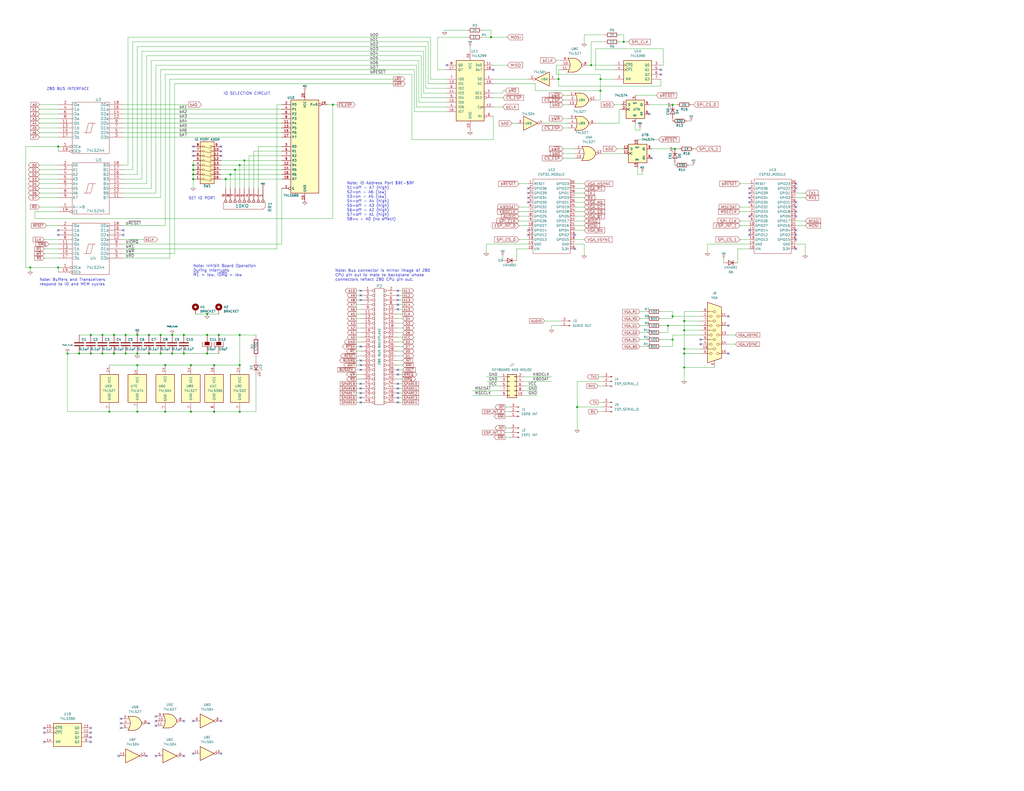
<source format=kicad_sch>
(kicad_sch (version 20211123) (generator eeschema)
  (paper "C")
  (title_block (title "Z80 ESP IO") (date "2023-05-22") (rev "V0.1"))
  (lib_symbols
    (symbol "74xx:74LS04"
      (property "Reference" "U" (at 0 1.27 0))
      (property "Value" "74LS04" (at 0 -1.27 0))
      (symbol "74LS04_1_0"
        (pin input line (at -7.62 0 0) (length 3.81) (name "~") (number "1"))
        (pin output inverted (at 7.62 0 180) (length 3.81) (name "~") (number "2"))
      )
      (symbol "74LS04_2_0"
        (pin input line (at -7.62 0 0) (length 3.81) (name "~") (number "3"))
        (pin output inverted (at 7.62 0 180) (length 3.81) (name "~") (number "4"))
      )
      (symbol "74LS04_3_0"
        (pin input line (at -7.62 0 0) (length 3.81) (name "~") (number "5"))
        (pin output inverted (at 7.62 0 180) (length 3.81) (name "~") (number "6"))
      )
      (symbol "74LS04_4_0"
        (pin output inverted (at 7.62 0 180) (length 3.81) (name "~") (number "8"))
        (pin input line (at -7.62 0 0) (length 3.81) (name "~") (number "9"))
      )
      (symbol "74LS04_5_0"
        (pin output inverted (at 7.62 0 180) (length 3.81) (name "~") (number "10"))
        (pin input line (at -7.62 0 0) (length 3.81) (name "~") (number "11"))
      )
      (symbol "74LS04_6_0"
        (pin output inverted (at 7.62 0 180) (length 3.81) (name "~") (number "12"))
        (pin input line (at -7.62 0 0) (length 3.81) (name "~") (number "13"))
      )
      (symbol "74LS04_7_0"
        (pin power_in line (at 0 12.7 270) (length 5.08) (name "VCC") (number "14"))
        (pin power_in line (at 0 -12.7 90) (length 5.08) (name "GND") (number "7"))
      )
    )
    (symbol "74xx:74LS27" (pin_names (offset 1.016))
      (property "Reference" "U" (at 0 1.27 0))
      (property "Value" "74LS27" (at 0 -1.27 0))
      (symbol "74LS27_1_1"
        (pin input line (at -7.62 2.54 0) (length 4.318) (name "~") (number "1"))
        (pin output inverted (at 7.62 0 180) (length 3.81) (name "~") (number "12"))
        (pin input line (at -7.62 -2.54 0) (length 4.318) (name "~") (number "13"))
        (pin input line (at -7.62 0 0) (length 4.953) (name "~") (number "2"))
      )
      (symbol "74LS27_1_2"
        (pin input inverted (at -7.62 2.54 0) (length 3.81) (name "~") (number "1"))
        (pin output line (at 7.62 0 180) (length 3.81) (name "~") (number "12"))
        (pin input inverted (at -7.62 -2.54 0) (length 3.81) (name "~") (number "13"))
        (pin input inverted (at -7.62 0 0) (length 3.81) (name "~") (number "2"))
      )
      (symbol "74LS27_2_1"
        (pin input line (at -7.62 2.54 0) (length 4.318) (name "~") (number "3"))
        (pin input line (at -7.62 0 0) (length 4.953) (name "~") (number "4"))
        (pin input line (at -7.62 -2.54 0) (length 4.318) (name "~") (number "5"))
        (pin output inverted (at 7.62 0 180) (length 3.81) (name "~") (number "6"))
      )
      (symbol "74LS27_2_2"
        (pin input inverted (at -7.62 2.54 0) (length 3.81) (name "~") (number "3"))
        (pin input inverted (at -7.62 0 0) (length 3.81) (name "~") (number "4"))
        (pin input inverted (at -7.62 -2.54 0) (length 3.81) (name "~") (number "5"))
        (pin output line (at 7.62 0 180) (length 3.81) (name "~") (number "6"))
      )
      (symbol "74LS27_3_1"
        (pin input line (at -7.62 0 0) (length 4.953) (name "~") (number "10"))
        (pin input line (at -7.62 -2.54 0) (length 4.318) (name "~") (number "11"))
        (pin output inverted (at 7.62 0 180) (length 3.81) (name "~") (number "8"))
        (pin input line (at -7.62 2.54 0) (length 4.318) (name "~") (number "9"))
      )
      (symbol "74LS27_3_2"
        (pin input inverted (at -7.62 0 0) (length 3.81) (name "~") (number "10"))
        (pin input inverted (at -7.62 -2.54 0) (length 3.81) (name "~") (number "11"))
        (pin output line (at 7.62 0 180) (length 3.81) (name "~") (number "8"))
        (pin input inverted (at -7.62 2.54 0) (length 3.81) (name "~") (number "9"))
      )
      (symbol "74LS27_4_0"
        (pin power_in line (at 0 12.7 270) (length 5.08) (name "VCC") (number "14"))
        (pin power_in line (at 0 -12.7 90) (length 5.08) (name "GND") (number "7"))
      )
    )
    (symbol "74xx:74LS299" (pin_names (offset 1.016))
      (property "Reference" "U" (at -7.62 16.51 0))
      (property "Value" "74LS299" (at -7.62 -19.05 0))
      (symbol "74LS299_1_0"
        (pin input line (at -12.7 5.08 0) (length 5.08) (name "S0") (number "1"))
        (pin power_in line (at 0 -22.86 90) (length 5.08) (name "GND") (number "10"))
        (pin input line (at -12.7 12.7 0) (length 5.08) (name "Ds0") (number "11"))
        (pin input clock (at -12.7 -10.16 0) (length 5.08) (name "Cp") (number "12"))
        (pin tri_state line (at 12.7 2.54 180) (length 5.08) (name "IO1") (number "13"))
        (pin tri_state line (at 12.7 -2.54 180) (length 5.08) (name "IO3") (number "14"))
        (pin tri_state line (at 12.7 -7.62 180) (length 5.08) (name "IO5") (number "15"))
        (pin tri_state line (at 12.7 -12.7 180) (length 5.08) (name "IO7") (number "16"))
        (pin output line (at 12.7 10.16 180) (length 5.08) (name "Q7") (number "17"))
        (pin input line (at -12.7 10.16 0) (length 5.08) (name "Ds7") (number "18"))
        (pin input line (at -12.7 2.54 0) (length 5.08) (name "S1") (number "19"))
        (pin input inverted (at -12.7 -2.54 0) (length 5.08) (name "OE1") (number "2"))
        (pin power_in line (at 0 20.32 270) (length 5.08) (name "VCC") (number "20"))
        (pin input inverted (at -12.7 -5.08 0) (length 5.08) (name "OE2") (number "3"))
        (pin tri_state line (at 12.7 -10.16 180) (length 5.08) (name "IO6") (number "4"))
        (pin tri_state line (at 12.7 -5.08 180) (length 5.08) (name "IO4") (number "5"))
        (pin tri_state line (at 12.7 0 180) (length 5.08) (name "IO2") (number "6"))
        (pin tri_state line (at 12.7 5.08 180) (length 5.08) (name "IO0") (number "7"))
        (pin output line (at 12.7 12.7 180) (length 5.08) (name "Q0") (number "8"))
        (pin input inverted (at -12.7 -15.24 0) (length 5.08) (name "Mr") (number "9"))
      )
    )
    (symbol "74xx:74LS32" (pin_names (offset 1.016))
      (property "Reference" "U" (at 0 1.27 0))
      (property "Value" "74LS32" (at 0 -1.27 0))
      (symbol "74LS32_1_1"
        (pin input line (at -7.62 2.54 0) (length 4.318) (name "~") (number "1"))
        (pin input line (at -7.62 -2.54 0) (length 4.318) (name "~") (number "2"))
        (pin output line (at 7.62 0 180) (length 3.81) (name "~") (number "3"))
      )
      (symbol "74LS32_1_2"
        (pin input inverted (at -7.62 2.54 0) (length 3.81) (name "~") (number "1"))
        (pin input inverted (at -7.62 -2.54 0) (length 3.81) (name "~") (number "2"))
        (pin output inverted (at 7.62 0 180) (length 3.81) (name "~") (number "3"))
      )
      (symbol "74LS32_2_1"
        (pin input line (at -7.62 2.54 0) (length 4.318) (name "~") (number "4"))
        (pin input line (at -7.62 -2.54 0) (length 4.318) (name "~") (number "5"))
        (pin output line (at 7.62 0 180) (length 3.81) (name "~") (number "6"))
      )
      (symbol "74LS32_2_2"
        (pin input inverted (at -7.62 2.54 0) (length 3.81) (name "~") (number "4"))
        (pin input inverted (at -7.62 -2.54 0) (length 3.81) (name "~") (number "5"))
        (pin output inverted (at 7.62 0 180) (length 3.81) (name "~") (number "6"))
      )
      (symbol "74LS32_3_1"
        (pin input line (at -7.62 -2.54 0) (length 4.318) (name "~") (number "10"))
        (pin output line (at 7.62 0 180) (length 3.81) (name "~") (number "8"))
        (pin input line (at -7.62 2.54 0) (length 4.318) (name "~") (number "9"))
      )
      (symbol "74LS32_3_2"
        (pin input inverted (at -7.62 -2.54 0) (length 3.81) (name "~") (number "10"))
        (pin output inverted (at 7.62 0 180) (length 3.81) (name "~") (number "8"))
        (pin input inverted (at -7.62 2.54 0) (length 3.81) (name "~") (number "9"))
      )
      (symbol "74LS32_4_1"
        (pin output line (at 7.62 0 180) (length 3.81) (name "~") (number "11"))
        (pin input line (at -7.62 2.54 0) (length 4.318) (name "~") (number "12"))
        (pin input line (at -7.62 -2.54 0) (length 4.318) (name "~") (number "13"))
      )
      (symbol "74LS32_4_2"
        (pin output inverted (at 7.62 0 180) (length 3.81) (name "~") (number "11"))
        (pin input inverted (at -7.62 2.54 0) (length 3.81) (name "~") (number "12"))
        (pin input inverted (at -7.62 -2.54 0) (length 3.81) (name "~") (number "13"))
      )
      (symbol "74LS32_5_0"
        (pin power_in line (at 0 12.7 270) (length 5.08) (name "VCC") (number "14"))
        (pin power_in line (at 0 -12.7 90) (length 5.08) (name "GND") (number "7"))
      )
    )
    (symbol "74xx:74LS390" (pin_names (offset 1.016))
      (property "Reference" "U" (at -7.62 8.89 0))
      (property "Value" "74LS390" (at -7.62 -8.89 0))
      (symbol "74LS390_1_0"
        (pin input clock (at -12.7 2.54 0) (length 5.08) (name "~{CP0}") (number "1"))
        (pin input line (at -12.7 -5.08 0) (length 5.08) (name "MR") (number "2"))
        (pin output line (at 12.7 2.54 180) (length 5.08) (name "Q0") (number "3"))
        (pin input clock (at -12.7 0 0) (length 5.08) (name "~{CP1}") (number "4"))
        (pin output line (at 12.7 0 180) (length 5.08) (name "Q1") (number "5"))
        (pin output line (at 12.7 -2.54 180) (length 5.08) (name "Q2") (number "6"))
        (pin output line (at 12.7 -5.08 180) (length 5.08) (name "Q3") (number "7"))
      )
      (symbol "74LS390_2_0"
        (pin output line (at 12.7 -2.54 180) (length 5.08) (name "Q2") (number "10"))
        (pin output line (at 12.7 0 180) (length 5.08) (name "Q1") (number "11"))
        (pin input clock (at -12.7 0 0) (length 5.08) (name "~{CP1}") (number "12"))
        (pin output line (at 12.7 2.54 180) (length 5.08) (name "Q0") (number "13"))
        (pin input line (at -12.7 -5.08 0) (length 5.08) (name "MR") (number "14"))
        (pin input clock (at -12.7 2.54 0) (length 5.08) (name "~{CP0}") (number "15"))
        (pin output line (at 12.7 -5.08 180) (length 5.08) (name "Q3") (number "9"))
      )
      (symbol "74LS390_3_0"
        (pin power_in line (at 0 12.7 270) (length 5.08) (name "VCC") (number "16"))
        (pin power_in line (at 0 -12.7 90) (length 5.08) (name "GND") (number "8"))
      )
    )
    (symbol "74xx:74LS688"
      (property "Reference" "U" (at -7.62 26.67 0))
      (property "Value" "74LS688" (at -7.62 -26.67 0))
      (symbol "74LS688_1_0"
        (pin input inverted (at -12.7 -22.86 0) (length 5.08) (name "G") (number "1"))
        (pin power_in line (at 0 -30.48 90) (length 5.08) (name "GND") (number "10"))
        (pin input line (at -12.7 12.7 0) (length 5.08) (name "P4") (number "11"))
        (pin input line (at -12.7 -10.16 0) (length 5.08) (name "R4") (number "12"))
        (pin input line (at -12.7 10.16 0) (length 5.08) (name "P5") (number "13"))
        (pin input line (at -12.7 -12.7 0) (length 5.08) (name "R5") (number "14"))
        (pin input line (at -12.7 7.62 0) (length 5.08) (name "P6") (number "15"))
        (pin input line (at -12.7 -15.24 0) (length 5.08) (name "R6") (number "16"))
        (pin input line (at -12.7 5.08 0) (length 5.08) (name "P7") (number "17"))
        (pin input line (at -12.7 -17.78 0) (length 5.08) (name "R7") (number "18"))
        (pin output inverted (at 12.7 22.86 180) (length 5.08) (name "P=R") (number "19"))
        (pin input line (at -12.7 22.86 0) (length 5.08) (name "P0") (number "2"))
        (pin power_in line (at 0 30.48 270) (length 5.08) (name "VCC") (number "20"))
        (pin input line (at -12.7 0 0) (length 5.08) (name "R0") (number "3"))
        (pin input line (at -12.7 20.32 0) (length 5.08) (name "P1") (number "4"))
        (pin input line (at -12.7 -2.54 0) (length 5.08) (name "R1") (number "5"))
        (pin input line (at -12.7 17.78 0) (length 5.08) (name "P2") (number "6"))
        (pin input line (at -12.7 -5.08 0) (length 5.08) (name "R2") (number "7"))
        (pin input line (at -12.7 15.24 0) (length 5.08) (name "P3") (number "8"))
        (pin input line (at -12.7 -7.62 0) (length 5.08) (name "R3") (number "9"))
      )
    )
    (symbol "74xx:74LS74" (pin_names (offset 1.016))
      (property "Reference" "U" (at -7.62 8.89 0))
      (property "Value" "74LS74" (at -7.62 -8.89 0))
      (symbol "74LS74_1_0"
        (pin input line (at 0 -7.62 90) (length 2.54) (name "~{R}") (number "1"))
        (pin input line (at -7.62 2.54 0) (length 2.54) (name "D") (number "2"))
        (pin input clock (at -7.62 0 0) (length 2.54) (name "C") (number "3"))
        (pin input line (at 0 7.62 270) (length 2.54) (name "~{S}") (number "4"))
        (pin output line (at 7.62 2.54 180) (length 2.54) (name "Q") (number "5"))
        (pin output line (at 7.62 -2.54 180) (length 2.54) (name "~{Q}") (number "6"))
      )
      (symbol "74LS74_2_0"
        (pin input line (at 0 7.62 270) (length 2.54) (name "~{S}") (number "10"))
        (pin input clock (at -7.62 0 0) (length 2.54) (name "C") (number "11"))
        (pin input line (at -7.62 2.54 0) (length 2.54) (name "D") (number "12"))
        (pin input line (at 0 -7.62 90) (length 2.54) (name "~{R}") (number "13"))
        (pin output line (at 7.62 -2.54 180) (length 2.54) (name "~{Q}") (number "8"))
        (pin output line (at 7.62 2.54 180) (length 2.54) (name "Q") (number "9"))
      )
      (symbol "74LS74_3_0"
        (pin power_in line (at 0 10.16 270) (length 2.54) (name "VCC") (number "14"))
        (pin power_in line (at 0 -10.16 90) (length 2.54) (name "GND") (number "7"))
      )
    )
    (symbol "CUSTOM_LIB:ESP32_MODULE"
      (property "Reference" "U" (at 0 -5.08 0))
      (property "Value" "ESP32_MODULE" (at 0 -1.27 0))
      (symbol "ESP32_MODULE_1_1"
        (pin input line (at -12.7 -5.08 0) (length 2.54) (name "RESET") (number "1"))
        (pin bidirectional line (at -12.7 -27.94 0) (length 2.54) (name "GPIO27") (number "10"))
        (pin bidirectional line (at -12.7 -30.48 0) (length 2.54) (name "GPIO14") (number "11"))
        (pin bidirectional line (at -12.7 -33.02 0) (length 2.54) (name "GPIO12") (number "12"))
        (pin bidirectional line (at -12.7 -35.56 0) (length 2.54) (name "GPIO13") (number "13"))
        (pin power_in line (at -12.7 -38.1 0) (length 2.54) (name "GND") (number "14"))
        (pin power_in line (at -12.7 -40.64 0) (length 2.54) (name "VIN") (number "15"))
        (pin power_in line (at 12.7 -40.64 180) (length 2.54) (name "3.3V") (number "16"))
        (pin power_in line (at 12.7 -38.1 180) (length 2.54) (name "GND") (number "17"))
        (pin bidirectional line (at 12.7 -35.56 180) (length 2.54) (name "GPIO15") (number "18"))
        (pin bidirectional line (at 12.7 -33.02 180) (length 2.54) (name "GPIO2") (number "19"))
        (pin bidirectional line (at -12.7 -7.62 0) (length 2.54) (name "GPIO36") (number "2"))
        (pin bidirectional line (at 12.7 -30.48 180) (length 2.54) (name "GPIO4") (number "20"))
        (pin bidirectional line (at 12.7 -27.94 180) (length 2.54) (name "GPIO16") (number "21"))
        (pin bidirectional line (at 12.7 -25.4 180) (length 2.54) (name "GPIO17") (number "22"))
        (pin bidirectional line (at 12.7 -22.86 180) (length 2.54) (name "GPIO5") (number "23"))
        (pin bidirectional line (at 12.7 -20.32 180) (length 2.54) (name "GPIO18") (number "24"))
        (pin bidirectional line (at 12.7 -17.78 180) (length 2.54) (name "GPIO19") (number "25"))
        (pin bidirectional line (at 12.7 -15.24 180) (length 2.54) (name "GPIO21") (number "26"))
        (pin bidirectional line (at 12.7 -12.7 180) (length 2.54) (name "GPIO3") (number "27"))
        (pin bidirectional line (at 12.7 -10.16 180) (length 2.54) (name "GPIO1") (number "28"))
        (pin bidirectional line (at 12.7 -7.62 180) (length 2.54) (name "GPIO22") (number "29"))
        (pin bidirectional line (at -12.7 -10.16 0) (length 2.54) (name "GPIO39") (number "3"))
        (pin bidirectional line (at 12.7 -5.08 180) (length 2.54) (name "GPIO23") (number "30"))
        (pin bidirectional line (at -12.7 -12.7 0) (length 2.54) (name "GPIO34") (number "4"))
        (pin bidirectional line (at -12.7 -15.24 0) (length 2.54) (name "GPIO35") (number "5"))
        (pin bidirectional line (at -12.7 -17.78 0) (length 2.54) (name "GPIO32") (number "6"))
        (pin bidirectional line (at -12.7 -20.32 0) (length 2.54) (name "GPIO33") (number "7"))
        (pin bidirectional line (at -12.7 -22.86 0) (length 2.54) (name "GPIO25") (number "8"))
        (pin bidirectional line (at -12.7 -25.4 0) (length 2.54) (name "GPIO26") (number "9"))
      )
    )
    (symbol "Connector:Conn_01x02_Male" (pin_names (offset 1.016) hide)
      (property "Reference" "J" (at 0 2.54 0))
      (property "Value" "Conn_01x02_Male" (at 0 -5.08 0))
      (symbol "Conn_01x02_Male_1_1"
        (pin passive line (at 5.08 0 180) (length 3.81) (name "Pin_1") (number "1"))
        (pin passive line (at 5.08 -2.54 180) (length 3.81) (name "Pin_2") (number "2"))
      )
    )
    (symbol "Connector:Conn_01x03_Male" (pin_names (offset 1.016) hide)
      (property "Reference" "J" (at 0 5.08 0))
      (property "Value" "Conn_01x03_Male" (at 0 -5.08 0))
      (symbol "Conn_01x03_Male_1_1"
        (pin passive line (at 5.08 2.54 180) (length 3.81) (name "Pin_1") (number "1"))
        (pin passive line (at 5.08 0 180) (length 3.81) (name "Pin_2") (number "2"))
        (pin passive line (at 5.08 -2.54 180) (length 3.81) (name "Pin_3") (number "3"))
      )
    )
    (symbol "Connector:DB15_Female_HighDensity_MountingHoles" (pin_names (offset 1.016) hide)
      (property "Reference" "J" (at 0 21.59 0))
      (property "Value" "DB15_Female_HighDensity_MountingHoles" (at 0 19.05 0))
      (symbol "DB15_Female_HighDensity_MountingHoles_1_1"
        (pin passive line (at 0 -17.78 90) (length 3.81) (name "~") (number "0"))
        (pin passive line (at -7.62 10.16 0) (length 5.08) (name "~") (number "1"))
        (pin passive line (at -7.62 -7.62 0) (length 5.08) (name "~") (number "10"))
        (pin passive line (at 7.62 10.16 180) (length 5.08) (name "~") (number "11"))
        (pin passive line (at 7.62 5.08 180) (length 5.08) (name "~") (number "12"))
        (pin passive line (at 7.62 0 180) (length 5.08) (name "~") (number "13"))
        (pin passive line (at 7.62 -5.08 180) (length 5.08) (name "~") (number "14"))
        (pin passive line (at 7.62 -10.16 180) (length 5.08) (name "~") (number "15"))
        (pin passive line (at -7.62 5.08 0) (length 5.08) (name "~") (number "2"))
        (pin passive line (at -7.62 0 0) (length 5.08) (name "~") (number "3"))
        (pin passive line (at -7.62 -5.08 0) (length 5.08) (name "~") (number "4"))
        (pin passive line (at -7.62 -10.16 0) (length 5.08) (name "~") (number "5"))
        (pin passive line (at -7.62 12.7 0) (length 5.08) (name "~") (number "6"))
        (pin passive line (at -7.62 7.62 0) (length 5.08) (name "~") (number "7"))
        (pin passive line (at -7.62 2.54 0) (length 5.08) (name "~") (number "8"))
        (pin passive line (at -7.62 -2.54 0) (length 5.08) (name "~") (number "9"))
      )
    )
    (symbol "Connector_Generic:Conn_02x05_Odd_Even" (pin_names (offset 1.016) hide)
      (property "Reference" "J" (at 1.27 7.62 0))
      (property "Value" "Conn_02x05_Odd_Even" (at 1.27 -7.62 0))
      (symbol "Conn_02x05_Odd_Even_1_1"
        (pin passive line (at -5.08 5.08 0) (length 3.81) (name "Pin_1") (number "1"))
        (pin passive line (at 7.62 -5.08 180) (length 3.81) (name "Pin_10") (number "10"))
        (pin passive line (at 7.62 5.08 180) (length 3.81) (name "Pin_2") (number "2"))
        (pin passive line (at -5.08 2.54 0) (length 3.81) (name "Pin_3") (number "3"))
        (pin passive line (at 7.62 2.54 180) (length 3.81) (name "Pin_4") (number "4"))
        (pin passive line (at -5.08 0 0) (length 3.81) (name "Pin_5") (number "5"))
        (pin passive line (at 7.62 0 180) (length 3.81) (name "Pin_6") (number "6"))
        (pin passive line (at -5.08 -2.54 0) (length 3.81) (name "Pin_7") (number "7"))
        (pin passive line (at 7.62 -2.54 180) (length 3.81) (name "Pin_8") (number "8"))
        (pin passive line (at -5.08 -5.08 0) (length 3.81) (name "Pin_9") (number "9"))
      )
    )
    (symbol "Device:R" (pin_numbers hide) (pin_names (offset 0))
      (property "Reference" "R" (at 2.032 0 90))
      (property "Value" "R" (at 0 0 90))
      (symbol "R_1_1"
        (pin passive line (at 0 3.81 270) (length 1.27) (name "~") (number "1"))
        (pin passive line (at 0 -3.81 90) (length 1.27) (name "~") (number "2"))
      )
    )
    (symbol "Diode:1N4001" (pin_numbers hide) (pin_names hide)
      (property "Reference" "D" (at 0 2.54 0))
      (property "Value" "1N4001" (at 0 -2.54 0))
      (symbol "1N4001_1_1"
        (pin passive line (at -3.81 0 0) (length 2.54) (name "K") (number "1"))
        (pin passive line (at 3.81 0 180) (length 2.54) (name "A") (number "2"))
      )
    )
    (symbol "Switch:SW_DIP_x08" (pin_names (offset 0) hide)
      (property "Reference" "SW" (at 0 13.97 0))
      (property "Value" "SW_DIP_x08" (at 0 -11.43 0))
      (symbol "SW_DIP_x08_1_1"
        (pin passive line (at -7.62 10.16 0) (length 5.08) (name "~") (number "1"))
        (pin passive line (at 7.62 -5.08 180) (length 5.08) (name "~") (number "10"))
        (pin passive line (at 7.62 -2.54 180) (length 5.08) (name "~") (number "11"))
        (pin passive line (at 7.62 0 180) (length 5.08) (name "~") (number "12"))
        (pin passive line (at 7.62 2.54 180) (length 5.08) (name "~") (number "13"))
        (pin passive line (at 7.62 5.08 180) (length 5.08) (name "~") (number "14"))
        (pin passive line (at 7.62 7.62 180) (length 5.08) (name "~") (number "15"))
        (pin passive line (at 7.62 10.16 180) (length 5.08) (name "~") (number "16"))
        (pin passive line (at -7.62 7.62 0) (length 5.08) (name "~") (number "2"))
        (pin passive line (at -7.62 5.08 0) (length 5.08) (name "~") (number "3"))
        (pin passive line (at -7.62 2.54 0) (length 5.08) (name "~") (number "4"))
        (pin passive line (at -7.62 0 0) (length 5.08) (name "~") (number "5"))
        (pin passive line (at -7.62 -2.54 0) (length 5.08) (name "~") (number "6"))
        (pin passive line (at -7.62 -5.08 0) (length 5.08) (name "~") (number "7"))
        (pin passive line (at -7.62 -7.62 0) (length 5.08) (name "~") (number "8"))
        (pin passive line (at 7.62 -7.62 180) (length 5.08) (name "~") (number "9"))
      )
    )
    (symbol "Z80ESP-rescue:74LS244-RESCUE-Z80PROC-Z80CLOCK-rescue-Z80GENERIC_IO-rescue-Z80PPIDE-rescue-Z80SERIAL-rescue-Z80SERIAL-rescue-Z80SERIAL2-rescue-Z80SERIAL3-rescue-Z80SOUND-rescue-Z80VIDEO-rescue-Z80VDP1B-rescue" (pin_names (offset 0.254))
      (property "Reference" "U" (at 1.27 -5.08 0))
      (property "Value" "74LS244-RESCUE-Z80PROC-Z80CLOCK-rescue-Z80GENERIC_IO-rescue-Z80PPIDE-rescue-Z80SERIAL-rescue-Z80SERIAL-rescue-Z80SERIAL2-rescue-Z80SERIAL3-rescue-Z80SOUND-rescue-Z80VIDEO-rescue-Z80VDP1B-rescue" (at 2.54 -10.16 0))
      (symbol "74LS244-RESCUE-Z80PROC-Z80CLOCK-rescue-Z80GENERIC_IO-rescue-Z80PPIDE-rescue-Z80SERIAL-rescue-Z80SERIAL-rescue-Z80SERIAL2-rescue-Z80SERIAL3-rescue-Z80SOUND-rescue-Z80VIDEO-rescue-Z80VDP1B-rescue_0_0"
        (pin power_in line (at -7.62 -13.97 90) (length 0) hide (name "GND") (number "10"))
        (pin power_in line (at -7.62 13.97 90) (length 0) hide (name "VCC") (number "20"))
      )
      (symbol "74LS244-RESCUE-Z80PROC-Z80CLOCK-rescue-Z80GENERIC_IO-rescue-Z80PPIDE-rescue-Z80SERIAL-rescue-Z80SERIAL-rescue-Z80SERIAL2-rescue-Z80SERIAL3-rescue-Z80SOUND-rescue-Z80VIDEO-rescue-Z80VDP1B-rescue_1_1"
        (pin input inverted (at -17.78 -10.16 0) (length 7.62) (name "OEa") (number "1"))
        (pin input line (at -17.78 2.54 0) (length 7.62) (name "I0b") (number "11"))
        (pin tri_state line (at 17.78 5.08 180) (length 7.62) (name "O3a") (number "12"))
        (pin input line (at -17.78 0 0) (length 7.62) (name "I1b") (number "13"))
        (pin tri_state line (at 17.78 7.62 180) (length 7.62) (name "O2a") (number "14"))
        (pin input line (at -17.78 -2.54 0) (length 7.62) (name "I2b") (number "15"))
        (pin tri_state line (at 17.78 10.16 180) (length 7.62) (name "O1a") (number "16"))
        (pin input line (at -17.78 -5.08 0) (length 7.62) (name "I3b") (number "17"))
        (pin tri_state line (at 17.78 12.7 180) (length 7.62) (name "O0a") (number "18"))
        (pin input inverted (at -17.78 -12.7 0) (length 7.62) (name "OEb") (number "19"))
        (pin input line (at -17.78 12.7 0) (length 7.62) (name "I0a") (number "2"))
        (pin tri_state line (at 17.78 -5.08 180) (length 7.62) (name "O3b") (number "3"))
        (pin input line (at -17.78 10.16 0) (length 7.62) (name "I1a") (number "4"))
        (pin tri_state line (at 17.78 -2.54 180) (length 7.62) (name "O2b") (number "5"))
        (pin input line (at -17.78 7.62 0) (length 7.62) (name "I2a") (number "6"))
        (pin tri_state line (at 17.78 0 180) (length 7.62) (name "O1b") (number "7"))
        (pin input line (at -17.78 5.08 0) (length 7.62) (name "I3a") (number "8"))
        (pin tri_state line (at 17.78 2.54 180) (length 7.62) (name "O0b") (number "9"))
      )
    )
    (symbol "Z80ESP-rescue:74LS245-RESCUE-Z80PROC-Z80CLOCK-rescue-Z80GENERIC_IO-rescue-Z80PPIDE-rescue-Z80SERIAL-rescue-Z80SERIAL-rescue-Z80SERIAL2-rescue-Z80SERIAL3-rescue-Z80SOUND-rescue-Z80VIDEO-rescue-Z80VDP1B-rescue" (pin_names (offset 0.254))
      (property "Reference" "U" (at 2.54 14.605 0))
      (property "Value" "74LS245-RESCUE-Z80PROC-Z80CLOCK-rescue-Z80GENERIC_IO-rescue-Z80PPIDE-rescue-Z80SERIAL-rescue-Z80SERIAL-rescue-Z80SERIAL2-rescue-Z80SERIAL3-rescue-Z80SOUND-rescue-Z80VIDEO-rescue-Z80VDP1B-rescue" (at 1.27 -14.605 0))
      (symbol "74LS245-RESCUE-Z80PROC-Z80CLOCK-rescue-Z80GENERIC_IO-rescue-Z80PPIDE-rescue-Z80SERIAL-rescue-Z80SERIAL-rescue-Z80SERIAL2-rescue-Z80SERIAL3-rescue-Z80SOUND-rescue-Z80VIDEO-rescue-Z80VDP1B-rescue_0_0"
        (pin power_in line (at 0 -13.97 90) (length 0) hide (name "GND") (number "10"))
        (pin power_in line (at 0 13.97 270) (length 0) hide (name "VCC") (number "20"))
      )
      (symbol "74LS245-RESCUE-Z80PROC-Z80CLOCK-rescue-Z80GENERIC_IO-rescue-Z80PPIDE-rescue-Z80SERIAL-rescue-Z80SERIAL-rescue-Z80SERIAL2-rescue-Z80SERIAL3-rescue-Z80SOUND-rescue-Z80VIDEO-rescue-Z80VDP1B-rescue_1_1"
        (pin input line (at -17.78 -10.16 0) (length 7.62) (name "A->B") (number "1"))
        (pin tri_state line (at 17.78 -5.08 180) (length 7.62) (name "B7") (number "11"))
        (pin tri_state line (at 17.78 -2.54 180) (length 7.62) (name "B6") (number "12"))
        (pin tri_state line (at 17.78 0 180) (length 7.62) (name "B5") (number "13"))
        (pin tri_state line (at 17.78 2.54 180) (length 7.62) (name "B4") (number "14"))
        (pin tri_state line (at 17.78 5.08 180) (length 7.62) (name "B3") (number "15"))
        (pin tri_state line (at 17.78 7.62 180) (length 7.62) (name "B2") (number "16"))
        (pin tri_state line (at 17.78 10.16 180) (length 7.62) (name "B1") (number "17"))
        (pin tri_state line (at 17.78 12.7 180) (length 7.62) (name "B0") (number "18"))
        (pin input inverted (at -17.78 -12.7 0) (length 7.62) (name "CE") (number "19"))
        (pin tri_state line (at -17.78 12.7 0) (length 7.62) (name "A0") (number "2"))
        (pin tri_state line (at -17.78 10.16 0) (length 7.62) (name "A1") (number "3"))
        (pin tri_state line (at -17.78 7.62 0) (length 7.62) (name "A2") (number "4"))
        (pin tri_state line (at -17.78 5.08 0) (length 7.62) (name "A3") (number "5"))
        (pin tri_state line (at -17.78 2.54 0) (length 7.62) (name "A4") (number "6"))
        (pin tri_state line (at -17.78 0 0) (length 7.62) (name "A5") (number "7"))
        (pin tri_state line (at -17.78 -2.54 0) (length 7.62) (name "A6") (number "8"))
        (pin tri_state line (at -17.78 -5.08 0) (length 7.62) (name "A7") (number "9"))
      )
    )
    (symbol "Z80ESP-rescue:C-device-Z80SERIAL-rescue-Z80SERIAL2-rescue-Z80SERIAL3-rescue-Z80SOUND-rescue-Z80VIDEO-rescue-Z80VDP1B-rescue" (pin_numbers hide) (pin_names (offset 0.254))
      (property "Reference" "C" (at 1.27 2.54 0))
      (property "Value" "C-device-Z80SERIAL-rescue-Z80SERIAL2-rescue-Z80SERIAL3-rescue-Z80SOUND-rescue-Z80VIDEO-rescue-Z80VDP1B-rescue" (at 1.27 -2.54 0))
      (symbol "C-device-Z80SERIAL-rescue-Z80SERIAL2-rescue-Z80SERIAL3-rescue-Z80SOUND-rescue-Z80VIDEO-rescue-Z80VDP1B-rescue_1_1"
        (pin passive line (at 0 5.08 270) (length 4.318) (name "~") (number "1"))
        (pin passive line (at 0 -5.08 90) (length 4.318) (name "~") (number "2"))
      )
    )
    (symbol "Z80ESP-rescue:CONN_25X2-conn-Z80SERIAL3-rescue-Z80SOUND-rescue-Z80VIDEO-rescue-Z80VDP1B-rescue" (pin_names (offset 0.254) hide)
      (property "Reference" "P" (at 0 33.02 0))
      (property "Value" "CONN_25X2-conn-Z80SERIAL3-rescue-Z80SOUND-rescue-Z80VIDEO-rescue-Z80VDP1B-rescue" (at 0 0 90))
      (symbol "CONN_25X2-conn-Z80SERIAL3-rescue-Z80SOUND-rescue-Z80VIDEO-rescue-Z80VDP1B-rescue_1_1"
        (pin passive inverted (at -10.16 30.48 0) (length 7.62) (name "P1") (number "1"))
        (pin passive inverted (at 10.16 20.32 180) (length 7.62) (name "P10") (number "10"))
        (pin passive inverted (at -10.16 17.78 0) (length 7.62) (name "P11") (number "11"))
        (pin passive inverted (at 10.16 17.78 180) (length 7.62) (name "P12") (number "12"))
        (pin passive inverted (at -10.16 15.24 0) (length 7.62) (name "P13") (number "13"))
        (pin passive inverted (at 10.16 15.24 180) (length 7.62) (name "P14") (number "14"))
        (pin passive inverted (at -10.16 12.7 0) (length 7.62) (name "P15") (number "15"))
        (pin passive inverted (at 10.16 12.7 180) (length 7.62) (name "P16") (number "16"))
        (pin passive inverted (at -10.16 10.16 0) (length 7.62) (name "P17") (number "17"))
        (pin passive inverted (at 10.16 10.16 180) (length 7.62) (name "P18") (number "18"))
        (pin passive inverted (at -10.16 7.62 0) (length 7.62) (name "P19") (number "19"))
        (pin passive inverted (at 10.16 30.48 180) (length 7.62) (name "P2") (number "2"))
        (pin passive inverted (at 10.16 7.62 180) (length 7.62) (name "P20") (number "20"))
        (pin passive inverted (at -10.16 5.08 0) (length 7.62) (name "P21") (number "21"))
        (pin passive inverted (at 10.16 5.08 180) (length 7.62) (name "P22") (number "22"))
        (pin input inverted (at -10.16 2.54 0) (length 7.62) (name "P23") (number "23"))
        (pin passive inverted (at 10.16 2.54 180) (length 7.62) (name "P24") (number "24"))
        (pin passive inverted (at -10.16 0 0) (length 7.62) (name "P25") (number "25"))
        (pin passive inverted (at 10.16 0 180) (length 7.62) (name "P26") (number "26"))
        (pin passive inverted (at -10.16 -2.54 0) (length 7.62) (name "P27") (number "27"))
        (pin passive inverted (at 10.16 -2.54 180) (length 7.62) (name "P28") (number "28"))
        (pin passive inverted (at -10.16 -5.08 0) (length 7.62) (name "P29") (number "29"))
        (pin passive inverted (at -10.16 27.94 0) (length 7.62) (name "P3") (number "3"))
        (pin passive inverted (at 10.16 -5.08 180) (length 7.62) (name "P30") (number "30"))
        (pin passive inverted (at -10.16 -7.62 0) (length 7.62) (name "P31") (number "31"))
        (pin passive inverted (at 10.16 -7.62 180) (length 7.62) (name "P32") (number "32"))
        (pin passive inverted (at -10.16 -10.16 0) (length 7.62) (name "P33") (number "33"))
        (pin passive inverted (at 10.16 -10.16 180) (length 7.62) (name "P34") (number "34"))
        (pin passive inverted (at -10.16 -12.7 0) (length 7.62) (name "P35") (number "35"))
        (pin passive inverted (at 10.16 -12.7 180) (length 7.62) (name "P36") (number "36"))
        (pin passive inverted (at -10.16 -15.24 0) (length 7.62) (name "P37") (number "37"))
        (pin passive inverted (at 10.16 -15.24 180) (length 7.62) (name "P38") (number "38"))
        (pin passive inverted (at -10.16 -17.78 0) (length 7.62) (name "P39") (number "39"))
        (pin passive inverted (at 10.16 27.94 180) (length 7.62) (name "P4") (number "4"))
        (pin passive inverted (at 10.16 -17.78 180) (length 7.62) (name "P40") (number "40"))
        (pin passive inverted (at -10.16 -20.32 0) (length 7.62) (name "P41") (number "41"))
        (pin passive inverted (at 10.16 -20.32 180) (length 7.62) (name "P42") (number "42"))
        (pin passive inverted (at -10.16 -22.86 0) (length 7.62) (name "P43") (number "43"))
        (pin passive inverted (at 10.16 -22.86 180) (length 7.62) (name "P44") (number "44"))
        (pin passive inverted (at -10.16 -25.4 0) (length 7.62) (name "P45") (number "45"))
        (pin passive inverted (at 10.16 -25.4 180) (length 7.62) (name "P46") (number "46"))
        (pin passive inverted (at -10.16 -27.94 0) (length 7.62) (name "P47") (number "47"))
        (pin passive inverted (at 10.16 -27.94 180) (length 7.62) (name "P48") (number "48"))
        (pin passive inverted (at -10.16 -30.48 0) (length 7.62) (name "P49") (number "49"))
        (pin passive inverted (at -10.16 25.4 0) (length 7.62) (name "P5") (number "5"))
        (pin passive inverted (at 10.16 -30.48 180) (length 7.62) (name "P50") (number "50"))
        (pin passive inverted (at 10.16 25.4 180) (length 7.62) (name "P6") (number "6"))
        (pin passive inverted (at -10.16 22.86 0) (length 7.62) (name "P7") (number "7"))
        (pin passive inverted (at 10.16 22.86 180) (length 7.62) (name "P8") (number "8"))
        (pin passive inverted (at -10.16 20.32 0) (length 7.62) (name "P9") (number "9"))
      )
    )
    (symbol "Z80ESP-rescue:CP-device-Z80SERIAL-rescue-Z80SERIAL2-rescue-Z80SERIAL3-rescue-Z80SOUND-rescue-Z80VIDEO-rescue-Z80VDP1B-rescue" (pin_numbers hide) (pin_names (offset 0.254) hide)
      (property "Reference" "C" (at 1.27 2.54 0))
      (property "Value" "CP-device-Z80SERIAL-rescue-Z80SERIAL2-rescue-Z80SERIAL3-rescue-Z80SOUND-rescue-Z80VIDEO-rescue-Z80VDP1B-rescue" (at 1.27 -2.54 0))
      (symbol "CP-device-Z80SERIAL-rescue-Z80SERIAL2-rescue-Z80SERIAL3-rescue-Z80SOUND-rescue-Z80VIDEO-rescue-Z80VDP1B-rescue_1_1"
        (pin passive line (at 0 5.08 270) (length 3.81) (name "~") (number "1"))
        (pin passive line (at 0 -5.08 90) (length 3.81) (name "~") (number "2"))
      )
    )
    (symbol "Z80ESP-rescue:GND-00JRCsch-Z80SERIAL3-rescue-Z80SOUND-rescue-Z80VIDEO-rescue-Z80VDP1B-rescue" (power) (pin_names (offset 0))
      (symbol "GND-00JRCsch-Z80SERIAL3-rescue-Z80SOUND-rescue-Z80VIDEO-rescue-Z80VDP1B-rescue_1_1"
        (pin power_in line (at 0 0 90) (length 0) hide (name "GND") (number "1"))
      )
    )
    (symbol "Z80ESP-rescue:GND-power-Z80SERIAL3-rescue-Z80SOUND-rescue-Z80VIDEO-rescue-Z80VDP1B-rescue" (power) (pin_names (offset 0))
      (symbol "GND-power-Z80SERIAL3-rescue-Z80SOUND-rescue-Z80VIDEO-rescue-Z80VDP1B-rescue_1_1"
        (pin power_in line (at 0 0 90) (length 0) hide (name "GND") (number "1"))
      )
    )
    (symbol "Z80ESP-rescue:LED-device" (pin_numbers hide) (pin_names (offset 1.016) hide)
      (property "Reference" "D" (at 0 2.54 0))
      (property "Value" "LED-device" (at 0 -2.54 0))
      (symbol "LED-device_1_1"
        (pin passive line (at -3.81 0 0) (length 2.54) (name "K") (number "1"))
        (pin passive line (at 3.81 0 180) (length 2.54) (name "A") (number "2"))
      )
    )
    (symbol "Z80ESP-rescue:MountingHole_Pad-mechanical" (pin_numbers hide) (pin_names (offset 1.016) hide)
      (property "Reference" "H" (at 0 6.35 0))
      (property "Value" "MountingHole_Pad-mechanical" (at 0 4.445 0))
      (symbol "MountingHole_Pad-mechanical_1_1"
        (pin input line (at 0 -2.54 90) (length 2.54) (name "1") (number "1"))
      )
    )
    (symbol "Z80ESP-rescue:R-device-Z80SERIAL-rescue-Z80SERIAL2-rescue-Z80SERIAL3-rescue-Z80SOUND-rescue-Z80VIDEO-rescue-Z80VDP1B-rescue" (pin_numbers hide) (pin_names (offset 0))
      (property "Reference" "R" (at 2.032 0 90))
      (property "Value" "R-device-Z80SERIAL-rescue-Z80SERIAL2-rescue-Z80SERIAL3-rescue-Z80SOUND-rescue-Z80VIDEO-rescue-Z80VDP1B-rescue" (at 0 0 90))
      (symbol "R-device-Z80SERIAL-rescue-Z80SERIAL2-rescue-Z80SERIAL3-rescue-Z80SOUND-rescue-Z80VIDEO-rescue-Z80VDP1B-rescue_1_1"
        (pin passive line (at 0 6.35 270) (length 2.54) (name "~") (number "1"))
        (pin passive line (at 0 -6.35 90) (length 2.54) (name "~") (number "2"))
      )
    )
    (symbol "Z80ESP-rescue:RR8-device-Z80SERIAL-rescue-Z80SERIAL2-rescue-Z80SERIAL3-rescue-Z80SOUND-rescue-Z80VIDEO-rescue-Z80VDP1B-rescue" (pin_names (offset 1.016) hide)
      (property "Reference" "RR" (at 1.27 13.97 0))
      (property "Value" "RR8-device-Z80SERIAL-rescue-Z80SERIAL2-rescue-Z80SERIAL3-rescue-Z80SOUND-rescue-Z80VIDEO-rescue-Z80VDP1B-rescue" (at 0.762 0 90))
      (symbol "RR8-device-Z80SERIAL-rescue-Z80SERIAL2-rescue-Z80SERIAL3-rescue-Z80SOUND-rescue-Z80VIDEO-rescue-Z80VDP1B-rescue_1_1"
        (pin passive inverted (at -8.89 11.43 0) (length 7.62) (name "COM") (number "1"))
        (pin passive inverted (at -8.89 8.89 0) (length 7.62) (name "2") (number "2"))
        (pin passive inverted (at -8.89 6.35 0) (length 7.62) (name "3") (number "3"))
        (pin passive inverted (at -8.89 3.81 0) (length 7.62) (name "4") (number "4"))
        (pin passive inverted (at -8.89 1.27 0) (length 7.62) (name "5") (number "5"))
        (pin passive inverted (at -8.89 -1.27 0) (length 7.62) (name "6") (number "6"))
        (pin passive inverted (at -8.89 -3.81 0) (length 7.62) (name "7") (number "7"))
        (pin passive inverted (at -8.89 -6.35 0) (length 7.62) (name "8") (number "8"))
        (pin passive inverted (at -8.89 -8.89 0) (length 7.62) (name "9") (number "9"))
      )
    )
    (symbol "Z80ESP-rescue:VCC-power-Z80SERIAL3-rescue-Z80SOUND-rescue-Z80VIDEO-rescue-Z80VDP1B-rescue" (power) (pin_names (offset 0))
      (property "Value" "VCC-power-Z80SERIAL3-rescue-Z80SOUND-rescue-Z80VIDEO-rescue-Z80VDP1B-rescue" (at 0 2.54 0))
      (symbol "VCC-power-Z80SERIAL3-rescue-Z80SOUND-rescue-Z80VIDEO-rescue-Z80VDP1B-rescue_0_0"
        (pin power_in line (at 0 0 90) (length 0) hide (name "VCC") (number "1"))
      )
    )
    (symbol "power:PWR_FLAG" (power) (pin_numbers hide) (pin_names (offset 0) hide)
      (property "Value" "PWR_FLAG" (at 0 3.81 0))
      (symbol "PWR_FLAG_0_0"
        (pin power_out line (at 0 0 90) (length 0) (name "pwr") (number "1"))
      )
    )
  )
  (junction (at 367.03 185.42))
  (junction (at 322.58 35.56))
  (junction (at 116.84 199.39))
  (junction (at 113.03 171.45))
  (junction (at 130.81 224.79))
  (junction (at 90.17 199.39))
  (junction (at 123.19 97.79))
  (junction (at 90.17 224.79))
  (junction (at 373.38 190.5))
  (junction (at 181.61 57.15))
  (junction (at 68.58 182.88))
  (junction (at 130.81 199.39))
  (junction (at 130.81 182.88))
  (junction (at 100.33 182.88))
  (junction (at 100.33 193.04))
  (junction (at 373.38 193.04))
  (junction (at 87.63 182.88))
  (junction (at 367.03 172.72))
  (junction (at 368.3 81.28))
  (junction (at 267.97 20.32))
  (junction (at 55.88 193.04))
  (junction (at 74.93 199.39))
  (junction (at 81.28 193.04))
  (junction (at 87.63 193.04))
  (junction (at 68.58 193.04))
  (junction (at 133.35 87.63))
  (junction (at 113.03 193.04))
  (junction (at 93.98 193.04))
  (junction (at 104.14 199.39))
  (junction (at 367.03 57.15))
  (junction (at 93.98 182.88))
  (junction (at 104.14 224.79))
  (junction (at 128.27 92.71))
  (junction (at 327.66 43.18))
  (junction (at 105.41 95.25))
  (junction (at 364.49 177.8))
  (junction (at 373.38 200.66))
  (junction (at 113.03 182.88))
  (junction (at 304.8 43.18))
  (junction (at 74.93 224.79))
  (junction (at 74.93 193.04))
  (junction (at 105.41 92.71))
  (junction (at 74.93 182.88))
  (junction (at 55.88 182.88))
  (junction (at 130.81 90.17))
  (junction (at 116.84 224.79))
  (junction (at 373.38 175.26))
  (junction (at 314.96 222.25))
  (junction (at 327.66 49.53))
  (junction (at 16.51 146.05))
  (junction (at 62.23 182.88))
  (junction (at 119.38 182.88))
  (junction (at 31.75 146.05))
  (junction (at 31.75 80.01))
  (junction (at 373.38 180.34))
  (junction (at 43.18 193.04))
  (junction (at 81.28 182.88))
  (junction (at 36.83 193.04))
  (junction (at 62.23 193.04))
  (junction (at 340.36 22.86))
  (junction (at 49.53 182.88))
  (junction (at 105.41 90.17))
  (junction (at 125.73 95.25))
  (junction (at 105.41 97.79))
  (junction (at 49.53 193.04))
  (junction (at 59.69 224.79))
  (no_connect (at 217.17 166.37))
  (no_connect (at 49.53 400.05))
  (no_connect (at 196.85 209.55))
  (no_connect (at 67.31 125.73))
  (no_connect (at 434.34 110.49))
  (no_connect (at 408.94 102.87))
  (no_connect (at 31.75 125.73))
  (no_connect (at 397.51 172.72))
  (no_connect (at 24.13 405.13))
  (no_connect (at 100.33 412.75))
  (no_connect (at 66.04 397.51))
  (no_connect (at 24.13 400.05))
  (no_connect (at 85.09 391.16))
  (no_connect (at 217.17 168.91))
  (no_connect (at 85.09 396.24))
  (no_connect (at 196.85 212.09))
  (no_connect (at 313.69 128.27))
  (no_connect (at 434.34 100.33))
  (no_connect (at 434.34 125.73))
  (no_connect (at 217.17 217.17))
  (no_connect (at 355.6 86.36))
  (no_connect (at 217.17 212.09))
  (no_connect (at 288.29 125.73))
  (no_connect (at 49.53 402.59))
  (no_connect (at 313.69 135.89))
  (no_connect (at 434.34 128.27))
  (no_connect (at 66.04 392.43))
  (no_connect (at 67.31 128.27))
  (no_connect (at 120.65 85.09))
  (no_connect (at 217.17 214.63))
  (no_connect (at 217.17 209.55))
  (no_connect (at 288.29 105.41))
  (no_connect (at 105.41 82.55))
  (no_connect (at 31.75 128.27))
  (no_connect (at 360.68 40.64))
  (no_connect (at 408.94 107.95))
  (no_connect (at 120.65 393.7))
  (no_connect (at 288.29 110.49))
  (no_connect (at 217.17 204.47))
  (no_connect (at 49.53 397.51))
  (no_connect (at 434.34 115.57))
  (no_connect (at 434.34 113.03))
  (no_connect (at 434.34 130.81))
  (no_connect (at 105.41 411.48))
  (no_connect (at 408.94 110.49))
  (no_connect (at 49.53 405.13))
  (no_connect (at 105.41 85.09))
  (no_connect (at 434.34 135.89))
  (no_connect (at 354.33 62.23))
  (no_connect (at 434.34 102.87))
  (no_connect (at 196.85 217.17))
  (no_connect (at 217.17 201.93))
  (no_connect (at 217.17 219.71))
  (no_connect (at 217.17 163.83))
  (no_connect (at 217.17 161.29))
  (no_connect (at 397.51 193.04))
  (no_connect (at 408.94 128.27))
  (no_connect (at 360.68 38.1))
  (no_connect (at 408.94 125.73))
  (no_connect (at 434.34 118.11))
  (no_connect (at 382.27 185.42))
  (no_connect (at 81.28 394.97))
  (no_connect (at 408.94 118.11))
  (no_connect (at 243.84 35.56))
  (no_connect (at 196.85 163.83))
  (no_connect (at 85.09 412.75))
  (no_connect (at 269.24 38.1))
  (no_connect (at 120.65 80.01))
  (no_connect (at 196.85 201.93))
  (no_connect (at 288.29 128.27))
  (no_connect (at 80.01 412.75))
  (no_connect (at 64.77 412.75))
  (no_connect (at 24.13 397.51))
  (no_connect (at 196.85 158.75))
  (no_connect (at 408.94 105.41))
  (no_connect (at 105.41 80.01))
  (no_connect (at 288.29 102.87))
  (no_connect (at 397.51 177.8))
  (no_connect (at 382.27 187.96))
  (no_connect (at 120.65 82.55))
  (no_connect (at 217.17 158.75))
  (no_connect (at 120.65 411.48))
  (no_connect (at 85.09 393.7))
  (no_connect (at 196.85 196.85))
  (no_connect (at 196.85 161.29))
  (no_connect (at 288.29 107.95))
  (no_connect (at 196.85 219.71))
  (no_connect (at 196.85 199.39))
  (no_connect (at 196.85 189.23))
  (no_connect (at 100.33 393.7))
  (no_connect (at 66.04 394.97))
  (no_connect (at 105.41 393.7))
  (no_connect (at 196.85 214.63))
  (wire (pts (xy 217.17 184.15) (xy 219.71 184.15)))
  (wire (pts (xy 232.41 48.26) (xy 243.84 48.26)))
  (wire (pts (xy 31.75 146.05) (xy 31.75 148.59)))
  (wire (pts (xy 232.41 25.4) (xy 232.41 48.26)))
  (wire (pts (xy 67.31 64.77) (xy 153.67 64.77)))
  (wire (pts (xy 21.59 59.69) (xy 31.75 59.69)))
  (wire (pts (xy 217.17 168.91) (xy 219.71 168.91)))
  (wire (pts (xy 217.17 214.63) (xy 219.71 214.63)))
  (wire (pts (xy 281.94 142.24) (xy 281.94 135.89)))
  (wire (pts (xy 21.59 100.33) (xy 31.75 100.33)))
  (wire (pts (xy 217.17 217.17) (xy 219.71 217.17)))
  (wire (pts (xy 283.21 100.33) (xy 288.29 100.33)))
  (wire (pts (xy 120.65 87.63) (xy 133.35 87.63)))
  (wire (pts (xy 55.88 193.04) (xy 62.23 193.04)))
  (wire (pts (xy 322.58 22.86) (xy 330.2 22.86)))
  (wire (pts (xy 275.59 236.22) (xy 278.13 236.22)))
  (wire (pts (xy 275.59 233.68) (xy 278.13 233.68)))
  (wire (pts (xy 179.07 57.15) (xy 181.61 57.15)))
  (wire (pts (xy 21.59 90.17) (xy 31.75 90.17)))
  (wire (pts (xy 130.81 182.88) (xy 139.7 182.88)))
  (wire (pts (xy 217.17 166.37) (xy 219.71 166.37)))
  (wire (pts (xy 300.99 208.28) (xy 285.75 208.28)))
  (wire (pts (xy 228.6 33.02) (xy 228.6 55.88)))
  (wire (pts (xy 231.14 27.94) (xy 231.14 50.8)))
  (wire (pts (xy 402.59 135.89) (xy 408.94 135.89)))
  (wire (pts (xy 327.66 49.53) (xy 327.66 54.61)))
  (wire (pts (xy 314.96 222.25) (xy 328.93 222.25)))
  (wire (pts (xy 234.95 43.18) (xy 243.84 43.18)))
  (wire (pts (xy 90.17 123.19) (xy 90.17 40.64)))
  (wire (pts (xy 21.59 69.85) (xy 31.75 69.85)))
  (wire (pts (xy 116.84 199.39) (xy 130.81 199.39)))
  (wire (pts (xy 326.39 205.74) (xy 328.93 205.74)))
  (wire (pts (xy 92.71 43.18) (xy 214.63 43.18)))
  (wire (pts (xy 313.69 130.81) (xy 318.77 130.81)))
  (wire (pts (xy 104.14 199.39) (xy 116.84 199.39)))
  (wire (pts (xy 13.97 80.01) (xy 31.75 80.01)))
  (wire (pts (xy 19.05 119.38) (xy 181.61 119.38)))
  (wire (pts (xy 304.8 43.18) (xy 304.8 38.1)))
  (wire (pts (xy 67.31 133.35) (xy 153.67 133.35)))
  (wire (pts (xy 194.31 186.69) (xy 196.85 186.69)))
  (wire (pts (xy 360.68 43.18) (xy 360.68 46.99)))
  (wire (pts (xy 67.31 138.43) (xy 95.25 138.43)))
  (wire (pts (xy 67.31 140.97) (xy 92.71 140.97)))
  (wire (pts (xy 330.2 19.05) (xy 318.77 19.05)))
  (wire (pts (xy 256.54 25.4) (xy 256.54 27.94)))
  (wire (pts (xy 367.03 57.15) (xy 369.57 57.15)))
  (wire (pts (xy 194.31 214.63) (xy 196.85 214.63)))
  (wire (pts (xy 318.77 19.05) (xy 318.77 24.13)))
  (wire (pts (xy 256.54 71.12) (xy 256.54 72.39)))
  (wire (pts (xy 313.69 133.35) (xy 318.77 133.35)))
  (wire (pts (xy 21.59 102.87) (xy 31.75 102.87)))
  (wire (pts (xy 77.47 27.94) (xy 231.14 27.94)))
  (wire (pts (xy 367.03 185.42) (xy 367.03 182.88)))
  (wire (pts (xy 257.81 215.9) (xy 273.05 215.9)))
  (wire (pts (xy 349.25 173.99) (xy 353.06 173.99)))
  (wire (pts (xy 80.01 30.48) (xy 229.87 30.48)))
  (wire (pts (xy 74.93 95.25) (xy 67.31 95.25)))
  (wire (pts (xy 133.35 102.87) (xy 133.35 87.63)))
  (wire (pts (xy 104.14 224.79) (xy 116.84 224.79)))
  (wire (pts (xy 194.31 194.31) (xy 196.85 194.31)))
  (wire (pts (xy 69.85 20.32) (xy 69.85 90.17)))
  (wire (pts (xy 90.17 40.64) (xy 224.79 40.64)))
  (wire (pts (xy 67.31 135.89) (xy 151.13 135.89)))
  (wire (pts (xy 360.68 185.42) (xy 367.03 185.42)))
  (wire (pts (xy 217.17 176.53) (xy 219.71 176.53)))
  (wire (pts (xy 21.59 95.25) (xy 31.75 95.25)))
  (wire (pts (xy 274.32 50.8) (xy 274.32 49.53)))
  (wire (pts (xy 283.21 120.65) (xy 288.29 120.65)))
  (wire (pts (xy 279.4 67.31) (xy 281.94 67.31)))
  (wire (pts (xy 135.89 102.87) (xy 135.89 85.09)))
  (wire (pts (xy 194.31 209.55) (xy 196.85 209.55)))
  (wire (pts (xy 21.59 67.31) (xy 31.75 67.31)))
  (wire (pts (xy 21.59 105.41) (xy 31.75 105.41)))
  (wire (pts (xy 31.75 82.55) (xy 31.75 80.01)))
  (wire (pts (xy 82.55 102.87) (xy 67.31 102.87)))
  (wire (pts (xy 360.68 173.99) (xy 367.03 173.99)))
  (wire (pts (xy 227.33 58.42) (xy 243.84 58.42)))
  (wire (pts (xy 283.21 113.03) (xy 288.29 113.03)))
  (wire (pts (xy 373.38 193.04) (xy 373.38 200.66)))
  (wire (pts (xy 349.25 185.42) (xy 353.06 185.42)))
  (wire (pts (xy 113.03 182.88) (xy 119.38 182.88)))
  (wire (pts (xy 326.39 210.82) (xy 328.93 210.82)))
  (wire (pts (xy 307.34 54.61) (xy 309.88 54.61)))
  (wire (pts (xy 74.93 224.79) (xy 90.17 224.79)))
  (wire (pts (xy 87.63 38.1) (xy 226.06 38.1)))
  (wire (pts (xy 123.19 102.87) (xy 123.19 97.79)))
  (wire (pts (xy 346.71 71.12) (xy 349.25 71.12)))
  (wire (pts (xy 303.53 35.56) (xy 303.53 40.64)))
  (wire (pts (xy 224.79 40.64) (xy 224.79 76.2)))
  (wire (pts (xy 313.69 120.65) (xy 318.77 120.65)))
  (wire (pts (xy 349.25 177.8) (xy 353.06 177.8)))
  (wire (pts (xy 82.55 33.02) (xy 82.55 102.87)))
  (wire (pts (xy 303.53 33.02) (xy 306.07 33.02)))
  (wire (pts (xy 307.34 81.28) (xy 313.69 81.28)))
  (wire (pts (xy 304.8 46.99) (xy 304.8 43.18)))
  (wire (pts (xy 364.49 177.8) (xy 382.27 177.8)))
  (wire (pts (xy 217.17 196.85) (xy 219.71 196.85)))
  (wire (pts (xy 62.23 193.04) (xy 68.58 193.04)))
  (wire (pts (xy 217.17 181.61) (xy 219.71 181.61)))
  (wire (pts (xy 85.09 35.56) (xy 227.33 35.56)))
  (wire (pts (xy 95.25 138.43) (xy 95.25 45.72)))
  (wire (pts (xy 307.34 83.82) (xy 313.69 83.82)))
  (wire (pts (xy 105.41 95.25) (xy 105.41 97.79)))
  (wire (pts (xy 403.86 130.81) (xy 408.94 130.81)))
  (wire (pts (xy 106.68 171.45) (xy 113.03 171.45)))
  (wire (pts (xy 361.95 35.56) (xy 361.95 26.67)))
  (wire (pts (xy 233.68 22.86) (xy 233.68 45.72)))
  (wire (pts (xy 59.69 224.79) (xy 74.93 224.79)))
  (wire (pts (xy 313.69 113.03) (xy 318.77 113.03)))
  (wire (pts (xy 375.92 90.17) (xy 378.46 90.17)))
  (wire (pts (xy 21.59 62.23) (xy 31.75 62.23)))
  (wire (pts (xy 373.38 180.34) (xy 373.38 190.5)))
  (wire (pts (xy 74.93 25.4) (xy 232.41 25.4)))
  (wire (pts (xy 90.17 199.39) (xy 74.93 199.39)))
  (wire (pts (xy 125.73 95.25) (xy 153.67 95.25)))
  (wire (pts (xy 328.93 83.82) (xy 340.36 83.82)))
  (wire (pts (xy 21.59 64.77) (xy 31.75 64.77)))
  (wire (pts (xy 307.34 64.77) (xy 309.88 64.77)))
  (wire (pts (xy 283.21 115.57) (xy 288.29 115.57)))
  (wire (pts (xy 194.31 204.47) (xy 196.85 204.47)))
  (wire (pts (xy 360.68 181.61) (xy 364.49 181.61)))
  (wire (pts (xy 367.03 170.18) (xy 367.03 172.72)))
  (wire (pts (xy 67.31 107.95) (xy 87.63 107.95)))
  (wire (pts (xy 72.39 22.86) (xy 233.68 22.86)))
  (wire (pts (xy 403.86 113.03) (xy 408.94 113.03)))
  (wire (pts (xy 364.49 181.61) (xy 364.49 177.8)))
  (wire (pts (xy 322.58 35.56) (xy 322.58 22.86)))
  (wire (pts (xy 350.52 95.25) (xy 350.52 93.98)))
  (wire (pts (xy 265.43 205.74) (xy 273.05 205.74)))
  (wire (pts (xy 13.97 146.05) (xy 16.51 146.05)))
  (wire (pts (xy 229.87 30.48) (xy 229.87 53.34)))
  (wire (pts (xy 337.82 19.05) (xy 340.36 19.05)))
  (wire (pts (xy 128.27 92.71) (xy 153.67 92.71)))
  (wire (pts (xy 326.39 224.79) (xy 328.93 224.79)))
  (wire (pts (xy 72.39 92.71) (xy 67.31 92.71)))
  (wire (pts (xy 217.17 204.47) (xy 219.71 204.47)))
  (wire (pts (xy 374.65 66.04) (xy 377.19 66.04)))
  (wire (pts (xy 281.94 135.89) (xy 288.29 135.89)))
  (wire (pts (xy 13.97 146.05) (xy 13.97 80.01)))
  (wire (pts (xy 434.34 133.35) (xy 439.42 133.35)))
  (wire (pts (xy 234.95 20.32) (xy 234.95 43.18)))
  (wire (pts (xy 373.38 190.5) (xy 373.38 193.04)))
  (wire (pts (xy 26.67 133.35) (xy 31.75 133.35)))
  (wire (pts (xy 275.59 238.76) (xy 278.13 238.76)))
  (wire (pts (xy 313.69 100.33) (xy 318.77 100.33)))
  (wire (pts (xy 217.17 189.23) (xy 219.71 189.23)))
  (wire (pts (xy 194.31 176.53) (xy 196.85 176.53)))
  (wire (pts (xy 72.39 22.86) (xy 72.39 92.71)))
  (wire (pts (xy 85.09 105.41) (xy 67.31 105.41)))
  (wire (pts (xy 229.87 53.34) (xy 243.84 53.34)))
  (wire (pts (xy 120.65 90.17) (xy 130.81 90.17)))
  (wire (pts (xy 373.38 200.66) (xy 373.38 208.28)))
  (wire (pts (xy 55.88 182.88) (xy 62.23 182.88)))
  (wire (pts (xy 113.03 193.04) (xy 119.38 193.04)))
  (wire (pts (xy 140.97 80.01) (xy 153.67 80.01)))
  (wire (pts (xy 373.38 200.66) (xy 389.89 200.66)))
  (wire (pts (xy 361.95 26.67) (xy 325.12 26.67)))
  (wire (pts (xy 69.85 20.32) (xy 234.95 20.32)))
  (wire (pts (xy 340.36 19.05) (xy 340.36 22.86)))
  (wire (pts (xy 21.59 97.79) (xy 31.75 97.79)))
  (wire (pts (xy 81.28 193.04) (xy 87.63 193.04)))
  (wire (pts (xy 19.05 115.57) (xy 31.75 115.57)))
  (wire (pts (xy 306.07 177.8) (xy 300.99 177.8)))
  (wire (pts (xy 194.31 201.93) (xy 196.85 201.93)))
  (wire (pts (xy 24.13 130.81) (xy 31.75 130.81)))
  (wire (pts (xy 283.21 130.81) (xy 288.29 130.81)))
  (wire (pts (xy 21.59 107.95) (xy 31.75 107.95)))
  (wire (pts (xy 242.57 16.51) (xy 242.57 17.78)))
  (wire (pts (xy 194.31 179.07) (xy 196.85 179.07)))
  (wire (pts (xy 292.1 45.72) (xy 292.1 49.53)))
  (wire (pts (xy 368.3 88.9) (xy 368.3 90.17)))
  (wire (pts (xy 105.41 90.17) (xy 105.41 92.71)))
  (wire (pts (xy 105.41 87.63) (xy 105.41 90.17)))
  (wire (pts (xy 397.51 182.88) (xy 401.32 182.88)))
  (wire (pts (xy 82.55 33.02) (xy 228.6 33.02)))
  (wire (pts (xy 217.17 186.69) (xy 219.71 186.69)))
  (wire (pts (xy 347.98 95.25) (xy 350.52 95.25)))
  (wire (pts (xy 313.69 110.49) (xy 318.77 110.49)))
  (wire (pts (xy 367.03 189.23) (xy 367.03 185.42)))
  (wire (pts (xy 92.71 140.97) (xy 92.71 43.18)))
  (wire (pts (xy 434.34 105.41) (xy 439.42 105.41)))
  (wire (pts (xy 16.51 146.05) (xy 31.75 146.05)))
  (wire (pts (xy 303.53 43.18) (xy 304.8 43.18)))
  (wire (pts (xy 335.28 43.18) (xy 327.66 43.18)))
  (wire (pts (xy 90.17 224.79) (xy 104.14 224.79)))
  (wire (pts (xy 275.59 222.25) (xy 278.13 222.25)))
  (wire (pts (xy 233.68 45.72) (xy 243.84 45.72)))
  (wire (pts (xy 300.99 177.8) (xy 300.99 180.34)))
  (wire (pts (xy 151.13 57.15) (xy 153.67 57.15)))
  (wire (pts (xy 62.23 182.88) (xy 68.58 182.88)))
  (wire (pts (xy 434.34 123.19) (xy 439.42 123.19)))
  (wire (pts (xy 217.17 158.75) (xy 219.71 158.75)))
  (wire (pts (xy 36.83 193.04) (xy 43.18 193.04)))
  (wire (pts (xy 194.31 219.71) (xy 196.85 219.71)))
  (wire (pts (xy 194.31 189.23) (xy 196.85 189.23)))
  (wire (pts (xy 313.69 102.87) (xy 318.77 102.87)))
  (wire (pts (xy 74.93 193.04) (xy 81.28 193.04)))
  (wire (pts (xy 87.63 193.04) (xy 93.98 193.04)))
  (wire (pts (xy 194.31 207.01) (xy 196.85 207.01)))
  (wire (pts (xy 217.17 171.45) (xy 219.71 171.45)))
  (wire (pts (xy 93.98 193.04) (xy 100.33 193.04)))
  (wire (pts (xy 322.58 35.56) (xy 335.28 35.56)))
  (wire (pts (xy 274.32 49.53) (xy 275.59 49.53)))
  (wire (pts (xy 269.24 53.34) (xy 274.32 53.34)))
  (wire (pts (xy 434.34 107.95) (xy 439.42 107.95)))
  (wire (pts (xy 346.71 52.07) (xy 358.14 52.07)))
  (wire (pts (xy 255.27 16.51) (xy 242.57 16.51)))
  (wire (pts (xy 306.07 35.56) (xy 303.53 35.56)))
  (wire (pts (xy 138.43 82.55) (xy 153.67 82.55)))
  (wire (pts (xy 368.3 81.28) (xy 370.84 81.28)))
  (wire (pts (xy 269.24 43.18) (xy 288.29 43.18)))
  (wire (pts (xy 265.43 133.35) (xy 288.29 133.35)))
  (wire (pts (xy 360.68 177.8) (xy 364.49 177.8)))
  (wire (pts (xy 360.68 35.56) (xy 361.95 35.56)))
  (wire (pts (xy 403.86 120.65) (xy 408.94 120.65)))
  (wire (pts (xy 90.17 199.39) (xy 104.14 199.39)))
  (wire (pts (xy 386.08 133.35) (xy 386.08 138.43)))
  (wire (pts (xy 25.4 123.19) (xy 31.75 123.19)))
  (wire (pts (xy 123.19 97.79) (xy 153.67 97.79)))
  (wire (pts (xy 194.31 196.85) (xy 196.85 196.85)))
  (wire (pts (xy 130.81 90.17) (xy 153.67 90.17)))
  (wire (pts (xy 194.31 166.37) (xy 196.85 166.37)))
  (wire (pts (xy 95.25 45.72) (xy 214.63 45.72)))
  (wire (pts (xy 49.53 193.04) (xy 55.88 193.04)))
  (wire (pts (xy 43.18 193.04) (xy 49.53 193.04)))
  (wire (pts (xy 16.51 146.05) (xy 16.51 148.59)))
  (wire (pts (xy 217.17 173.99) (xy 219.71 173.99)))
  (wire (pts (xy 349.25 189.23) (xy 353.06 189.23)))
  (wire (pts (xy 19.05 115.57) (xy 19.05 119.38)))
  (wire (pts (xy 373.38 180.34) (xy 382.27 180.34)))
  (wire (pts (xy 314.96 222.25) (xy 314.96 234.95)))
  (wire (pts (xy 377.19 57.15) (xy 378.46 57.15)))
  (wire (pts (xy 226.06 38.1) (xy 226.06 60.96)))
  (wire (pts (xy 120.65 95.25) (xy 125.73 95.25)))
  (wire (pts (xy 74.93 182.88) (xy 81.28 182.88)))
  (wire (pts (xy 327.66 43.18) (xy 327.66 49.53)))
  (wire (pts (xy 354.33 57.15) (xy 367.03 57.15)))
  (wire (pts (xy 307.34 86.36) (xy 313.69 86.36)))
  (wire (pts (xy 360.68 170.18) (xy 367.03 170.18)))
  (wire (pts (xy 293.37 215.9) (xy 285.75 215.9)))
  (wire (pts (xy 269.24 58.42) (xy 274.32 58.42)))
  (wire (pts (xy 293.37 213.36) (xy 285.75 213.36)))
  (wire (pts (xy 68.58 182.88) (xy 74.93 182.88)))
  (wire (pts (xy 367.03 173.99) (xy 367.03 172.72)))
  (wire (pts (xy 313.69 125.73) (xy 318.77 125.73)))
  (wire (pts (xy 307.34 52.07) (xy 309.88 52.07)))
  (wire (pts (xy 394.97 140.97) (xy 394.97 143.51)))
  (wire (pts (xy 181.61 57.15) (xy 184.15 57.15)))
  (wire (pts (xy 217.17 207.01) (xy 219.71 207.01)))
  (wire (pts (xy 217.17 201.93) (xy 219.71 201.93)))
  (wire (pts (xy 81.28 182.88) (xy 87.63 182.88)))
  (wire (pts (xy 349.25 181.61) (xy 353.06 181.61)))
  (wire (pts (xy 297.18 175.26) (xy 306.07 175.26)))
  (wire (pts (xy 347.98 76.2) (xy 359.41 76.2)))
  (wire (pts (xy 80.01 30.48) (xy 80.01 100.33)))
  (wire (pts (xy 217.17 179.07) (xy 219.71 179.07)))
  (wire (pts (xy 68.58 193.04) (xy 74.93 193.04)))
  (wire (pts (xy 293.37 210.82) (xy 285.75 210.82)))
  (wire (pts (xy 397.51 187.96) (xy 401.32 187.96)))
  (wire (pts (xy 100.33 193.04) (xy 113.03 193.04)))
  (wire (pts (xy 113.03 171.45) (xy 113.03 172.72)))
  (wire (pts (xy 304.8 38.1) (xy 306.07 38.1)))
  (wire (pts (xy 113.03 171.45) (xy 119.38 171.45)))
  (wire (pts (xy 77.47 27.94) (xy 77.47 97.79)))
  (wire (pts (xy 36.83 193.04) (xy 36.83 224.79)))
  (wire (pts (xy 402.59 143.51) (xy 402.59 135.89)))
  (wire (pts (xy 194.31 184.15) (xy 196.85 184.15)))
  (wire (pts (xy 67.31 57.15) (xy 102.87 57.15)))
  (wire (pts (xy 269.24 50.8) (xy 274.32 50.8)))
  (wire (pts (xy 67.31 123.19) (xy 90.17 123.19)))
  (wire (pts (xy 194.31 158.75) (xy 196.85 158.75)))
  (wire (pts (xy 386.08 133.35) (xy 408.94 133.35)))
  (wire (pts (xy 265.43 210.82) (xy 273.05 210.82)))
  (wire (pts (xy 194.31 171.45) (xy 196.85 171.45)))
  (wire (pts (xy 269.24 76.2) (xy 269.24 63.5)))
  (wire (pts (xy 194.31 191.77) (xy 196.85 191.77)))
  (wire (pts (xy 300.99 205.74) (xy 285.75 205.74)))
  (wire (pts (xy 93.98 182.88) (xy 100.33 182.88)))
  (wire (pts (xy 349.25 170.18) (xy 353.06 170.18)))
  (wire (pts (xy 274.32 139.7) (xy 274.32 142.24)))
  (wire (pts (xy 21.59 113.03) (xy 31.75 113.03)))
  (wire (pts (xy 130.81 102.87) (xy 130.81 90.17)))
  (wire (pts (xy 267.97 16.51) (xy 267.97 20.32)))
  (wire (pts (xy 265.43 133.35) (xy 265.43 138.43)))
  (wire (pts (xy 373.38 170.18) (xy 373.38 175.26)))
  (wire (pts (xy 349.25 71.12) (xy 349.25 69.85)))
  (wire (pts (xy 133.35 87.63) (xy 153.67 87.63)))
  (wire (pts (xy 116.84 224.79) (xy 130.81 224.79)))
  (wire (pts (xy 120.65 97.79) (xy 123.19 97.79)))
  (wire (pts (xy 267.97 20.32) (xy 276.86 20.32)))
  (wire (pts (xy 313.69 107.95) (xy 318.77 107.95)))
  (wire (pts (xy 283.21 123.19) (xy 288.29 123.19)))
  (wire (pts (xy 105.41 97.79) (xy 105.41 102.87)))
  (wire (pts (xy 138.43 102.87) (xy 138.43 82.55)))
  (wire (pts (xy 325.12 67.31) (xy 337.82 67.31)))
  (wire (pts (xy 326.39 219.71) (xy 328.93 219.71)))
  (wire (pts (xy 262.89 16.51) (xy 267.97 16.51)))
  (wire (pts (xy 373.38 175.26) (xy 373.38 180.34)))
  (wire (pts (xy 21.59 57.15) (xy 31.75 57.15)))
  (wire (pts (xy 321.31 35.56) (xy 322.58 35.56)))
  (wire (pts (xy 194.31 161.29) (xy 196.85 161.29)))
  (wire (pts (xy 217.17 163.83) (xy 219.71 163.83)))
  (wire (pts (xy 275.59 224.79) (xy 278.13 224.79)))
  (wire (pts (xy 227.33 35.56) (xy 227.33 58.42)))
  (wire (pts (xy 297.18 67.31) (xy 309.88 67.31)))
  (wire (pts (xy 328.93 208.28) (xy 314.96 208.28)))
  (wire (pts (xy 325.12 26.67) (xy 325.12 38.1)))
  (wire (pts (xy 217.17 209.55) (xy 219.71 209.55)))
  (wire (pts (xy 74.93 199.39) (xy 74.93 201.93)))
  (wire (pts (xy 257.81 213.36) (xy 273.05 213.36)))
  (wire (pts (xy 43.18 182.88) (xy 49.53 182.88)))
  (wire (pts (xy 130.81 224.79) (xy 139.7 224.79)))
  (wire (pts (xy 217.17 212.09) (xy 219.71 212.09)))
  (wire (pts (xy 67.31 67.31) (xy 153.67 67.31)))
  (wire (pts (xy 373.38 193.04) (xy 382.27 193.04)))
  (wire (pts (xy 347.98 91.44) (xy 347.98 95.25)))
  (wire (pts (xy 139.7 196.85) (xy 139.7 195.58)))
  (wire (pts (xy 336.55 81.28) (xy 340.36 81.28)))
  (wire (pts (xy 100.33 182.88) (xy 113.03 182.88)))
  (wire (pts (xy 269.24 45.72) (xy 292.1 45.72)))
  (wire (pts (xy 24.13 140.97) (xy 31.75 140.97)))
  (wire (pts (xy 439.42 133.35) (xy 439.42 139.7)))
  (wire (pts (xy 403.86 100.33) (xy 408.94 100.33)))
  (wire (pts (xy 24.13 138.43) (xy 31.75 138.43)))
  (wire (pts (xy 307.34 57.15) (xy 309.88 57.15)))
  (wire (pts (xy 21.59 92.71) (xy 31.75 92.71)))
  (wire (pts (xy 67.31 69.85) (xy 153.67 69.85)))
  (wire (pts (xy 335.28 57.15) (xy 339.09 57.15)))
  (wire (pts (xy 130.81 199.39) (xy 130.81 182.88)))
  (wire (pts (xy 313.69 105.41) (xy 318.77 105.41)))
  (wire (pts (xy 367.03 64.77) (xy 367.03 66.04)))
  (wire (pts (xy 74.93 25.4) (xy 74.93 95.25)))
  (wire (pts (xy 194.31 168.91) (xy 196.85 168.91)))
  (wire (pts (xy 194.31 212.09) (xy 196.85 212.09)))
  (wire (pts (xy 24.13 135.89) (xy 31.75 135.89)))
  (wire (pts (xy 265.43 208.28) (xy 273.05 208.28)))
  (wire (pts (xy 67.31 72.39) (xy 153.67 72.39)))
  (wire (pts (xy 378.46 81.28) (xy 379.73 81.28)))
  (wire (pts (xy 269.24 35.56) (xy 276.86 35.56)))
  (wire (pts (xy 373.38 190.5) (xy 382.27 190.5)))
  (wire (pts (xy 194.31 199.39) (xy 196.85 199.39)))
  (wire (pts (xy 382.27 170.18) (xy 373.38 170.18)))
  (wire (pts (xy 194.31 163.83) (xy 196.85 163.83)))
  (wire (pts (xy 313.69 123.19) (xy 318.77 123.19)))
  (wire (pts (xy 120.65 92.71) (xy 128.27 92.71)))
  (wire (pts (xy 194.31 217.17) (xy 196.85 217.17)))
  (wire (pts (xy 360.68 189.23) (xy 367.03 189.23)))
  (wire (pts (xy 367.03 182.88) (xy 382.27 182.88)))
  (wire (pts (xy 355.6 81.28) (xy 368.3 81.28)))
  (wire (pts (xy 360.68 46.99) (xy 304.8 46.99)))
  (wire (pts (xy 77.47 97.79) (xy 67.31 97.79)))
  (wire (pts (xy 292.1 49.53) (xy 327.66 49.53)))
  (wire (pts (xy 243.84 38.1) (xy 238.76 38.1)))
  (wire (pts (xy 327.66 40.64) (xy 327.66 43.18)))
  (wire (pts (xy 49.53 182.88) (xy 55.88 182.88)))
  (wire (pts (xy 21.59 72.39) (xy 31.75 72.39)))
  (wire (pts (xy 313.69 115.57) (xy 318.77 115.57)))
  (wire (pts (xy 217.17 191.77) (xy 219.71 191.77)))
  (wire (pts (xy 262.89 20.32) (xy 267.97 20.32)))
  (wire (pts (xy 303.53 40.64) (xy 327.66 40.64)))
  (wire (pts (xy 226.06 60.96) (xy 243.84 60.96)))
  (wire (pts (xy 403.86 115.57) (xy 408.94 115.57)))
  (wire (pts (xy 67.31 62.23) (xy 153.67 62.23)))
  (wire (pts (xy 67.31 130.81) (xy 78.74 130.81)))
  (wire (pts (xy 74.93 193.04) (xy 74.93 194.31)))
  (wire (pts (xy 340.36 22.86) (xy 342.9 22.86)))
  (wire (pts (xy 217.17 194.31) (xy 219.71 194.31)))
  (wire (pts (xy 80.01 100.33) (xy 67.31 100.33)))
  (wire (pts (xy 69.85 90.17) (xy 67.31 90.17)))
  (wire (pts (xy 367.03 172.72) (xy 382.27 172.72)))
  (wire (pts (xy 74.93 222.25) (xy 74.93 224.79)))
  (wire (pts (xy 224.79 76.2) (xy 269.24 76.2)))
  (wire (pts (xy 87.63 182.88) (xy 93.98 182.88)))
  (wire (pts (xy 151.13 57.15) (xy 151.13 135.89)))
  (wire (pts (xy 217.17 161.29) (xy 219.71 161.29)))
  (wire (pts (xy 36.83 224.79) (xy 59.69 224.79)))
  (wire (pts (xy 105.41 92.71) (xy 105.41 95.25)))
  (wire (pts (xy 67.31 74.93) (xy 153.67 74.93)))
  (wire (pts (xy 85.09 35.56) (xy 85.09 105.41)))
  (wire (pts (xy 275.59 227.33) (xy 278.13 227.33)))
  (wire (pts (xy 153.67 102.87) (xy 153.67 133.35)))
  (wire (pts (xy 21.59 74.93) (xy 31.75 74.93)))
  (wire (pts (xy 228.6 55.88) (xy 243.84 55.88)))
  (wire (pts (xy 67.31 59.69) (xy 153.67 59.69)))
  (wire (pts (xy 119.38 182.88) (xy 130.81 182.88)))
  (wire (pts (xy 314.96 208.28) (xy 314.96 222.25)))
  (wire (pts (xy 337.82 22.86) (xy 340.36 22.86)))
  (wire (pts (xy 140.97 102.87) (xy 140.97 80.01)))
  (wire (pts (xy 337.82 59.69) (xy 339.09 59.69)))
  (wire (pts (xy 217.17 219.71) (xy 219.71 219.71)))
  (wire (pts (xy 325.12 38.1) (xy 335.28 38.1)))
  (wire (pts (xy 135.89 85.09) (xy 153.67 85.09)))
  (wire (pts (xy 434.34 120.65) (xy 439.42 120.65)))
  (wire (pts (xy 87.63 107.95) (xy 87.63 38.1)))
  (wire (pts (xy 238.76 20.32) (xy 255.27 20.32)))
  (wire (pts (xy 325.12 54.61) (xy 327.66 54.61)))
  (wire (pts (xy 313.69 118.11) (xy 318.77 118.11)))
  (wire (pts (xy 238.76 38.1) (xy 238.76 20.32)))
  (wire (pts (xy 307.34 69.85) (xy 309.88 69.85)))
  (wire (pts (xy 59.69 199.39) (xy 74.93 199.39)))
  (wire (pts (xy 231.14 50.8) (xy 243.84 50.8)))
  (wire (pts (xy 194.31 173.99) (xy 196.85 173.99)))
  (wire (pts (xy 139.7 204.47) (xy 139.7 224.79)))
  (wire (pts (xy 181.61 57.15) (xy 181.61 119.38)))
  (wire (pts (xy 217.17 199.39) (xy 219.71 199.39)))
  (wire (pts (xy 403.86 123.19) (xy 408.94 123.19)))
  (wire (pts (xy 125.73 102.87) (xy 125.73 95.25)))
  (wire (pts (xy 283.21 118.11) (xy 288.29 118.11)))
  (wire (pts (xy 346.71 67.31) (xy 346.71 71.12)))
  (wire (pts (xy 194.31 181.61) (xy 196.85 181.61)))
  (wire (pts (xy 318.77 133.35) (xy 318.77 139.7)))
  (wire (pts (xy 128.27 102.87) (xy 128.27 92.71)))
  (wire (pts (xy 373.38 175.26) (xy 382.27 175.26)))
  (wire (pts (xy 337.82 67.31) (xy 337.82 59.69)))
  (text "Note: Buffers and Transceivers\nrespond to IO and MEM cycles" (at 21.59 156.21 0) (effects (font (size 1.524 1.524)) (justify left bottom)))
  (text "SET IO PORT" (at 102.87 109.22 0) (effects (font (size 1.524 1.524)) (justify left bottom)))
  (text "Note: IO Address Port $9E-$9F\nS1=off - A7 (high)\nS2=on - A6 (low)\nS3=on - A5 (low)\nS4=off - A4 (high)\nS5=off - A3 (high)\nS6=off - A2 (high)\nS7=off - A1 (high)\nS8=x - A0 (no effect)" (at 189.23 120.65 0) (effects (font (size 1.524 1.524)) (justify left bottom)))
  (text "Note: Inhibit Board Operation\nDuring Interrupts\n~{M1} = low, ~{IORQ} = low" (at 105.41 151.13 0) (effects (font (size 1.524 1.524)) (justify left bottom)))
  (text "Z80 BUS INTERFACE" (at 25.4 49.53 0) (effects (font (size 1.524 1.524)) (justify left bottom)))
  (text "Note: Bus connector is mirror image of Z80\nCPU pin out to mate to backplane whose\nconnectors reflect Z80 CPU pin out." (at 182.88 153.67 0) (effects (font (size 1.524 1.524)) (justify left bottom)))
  (text "IO SELECTION CIRCUIT" (at 121.92 52.07 0) (effects (font (size 1.524 1.524)) (justify left bottom)))
  (label "b~{IORQ}" (at 68.58 133.35 0) (effects (font (size 1.524 1.524))))
  (label "KBDDAT" (at 290.83 208.28 0) (effects (font (size 1.524 1.524))))
  (label "b~{RESET}" (at 68.58 123.19 0) (effects (font (size 1.524 1.524))))
  (label "KBDCLK" (at 290.83 205.74 0) (effects (font (size 1.524 1.524))))
  (label "MSECLK" (at 259.08 215.9 0) (effects (font (size 1.524 1.524))))
  (label "bD5" (at 201.93 33.02 0) (effects (font (size 1.524 1.524))))
  (label "bD0" (at 201.93 20.32 0) (effects (font (size 1.524 1.524))))
  (label "b~{M1}" (at 68.58 135.89 0) (effects (font (size 1.524 1.524))))
  (label "bA7" (at 97.79 74.93 0) (effects (font (size 1.524 1.524))))
  (label "b~{WR}" (at 68.58 138.43 0) (effects (font (size 1.524 1.524))))
  (label "VCC" (at 288.29 210.82 0) (effects (font (size 1.524 1.524))))
  (label "GND" (at 288.29 215.9 0) (effects (font (size 1.524 1.524))))
  (label "bD7" (at 201.93 38.1 0) (effects (font (size 1.524 1.524))))
  (label "GND" (at 266.7 205.74 0) (effects (font (size 1.524 1.524))))
  (label "bD3" (at 201.93 27.94 0) (effects (font (size 1.524 1.524))))
  (label "MSEDAT" (at 259.08 213.36 0) (effects (font (size 1.524 1.524))))
  (label "bD4" (at 201.93 30.48 0) (effects (font (size 1.524 1.524))))
  (label "bA3" (at 97.79 64.77 0) (effects (font (size 1.524 1.524))))
  (label "bA5" (at 97.79 69.85 0) (effects (font (size 1.524 1.524))))
  (label "bD2" (at 201.93 25.4 0) (effects (font (size 1.524 1.524))))
  (label "bA1" (at 97.79 59.69 0) (effects (font (size 1.524 1.524))))
  (label "b~{RD}" (at 68.58 140.97 0) (effects (font (size 1.524 1.524))))
  (label "VCC" (at 266.7 210.82 0) (effects (font (size 1.524 1.524))))
  (label "GND" (at 266.7 208.28 0) (effects (font (size 1.524 1.524))))
  (label "b~{RESET}" (at 201.93 40.64 0) (effects (font (size 1.524 1.524))))
  (label "GND" (at 288.29 213.36 0) (effects (font (size 1.524 1.524))))
  (label "bA2" (at 97.79 62.23 0) (effects (font (size 1.524 1.524))))
  (label "bD6" (at 201.93 35.56 0) (effects (font (size 1.524 1.524))))
  (label "bA6" (at 97.79 72.39 0) (effects (font (size 1.524 1.524))))
  (label "bD1" (at 201.93 22.86 0) (effects (font (size 1.524 1.524))))
  (label "bA4" (at 97.79 67.31 0) (effects (font (size 1.524 1.524))))
  (global_label "RX" (shape input) (at 326.39 224.79 180) (effects (font (size 1.3 1.3))) (property "Intersheet References" "${INTERSHEET_REFS}" (effects hide)))
  (global_label "~{NMI}" (shape input) (at 219.71 199.39 0) (effects (font (size 1.3 1.3))) (property "Intersheet References" "${INTERSHEET_REFS}" (effects hide)))
  (global_label "A4" (shape input) (at 21.59 67.31 180) (effects (font (size 1.3 1.3))) (property "Intersheet References" "${INTERSHEET_REFS}" (effects hide)))
  (global_label "A2" (shape output) (at 194.31 179.07 180) (effects (font (size 1.3 1.3))) (property "Intersheet References" "${INTERSHEET_REFS}" (effects hide)))
  (global_label "~{CS_ESP}" (shape input) (at 307.34 69.85 180) (effects (font (size 1.524 1.524))) (property "Intersheet References" "${INTERSHEET_REFS}" (effects hide)))
  (global_label "KBDDAT" (shape input) (at 283.21 113.03 180) (effects (font (size 1.524 1.524))) (property "Intersheet References" "${INTERSHEET_REFS}" (effects hide)))
  (global_label "SPARE7" (shape passive) (at 194.31 214.63 180) (effects (font (size 1.3 1.3))) (property "Intersheet References" "${INTERSHEET_REFS}" (effects hide)))
  (global_label "b~{RESET}" (shape input) (at 358.14 52.07 0) (effects (font (size 1.524 1.524))) (property "Intersheet References" "${INTERSHEET_REFS}" (effects hide)))
  (global_label "~{RD}" (shape input) (at 24.13 140.97 180) (effects (font (size 1.3 1.3))) (property "Intersheet References" "${INTERSHEET_REFS}" (effects hide)))
  (global_label "ESP_INT_0" (shape input) (at 275.59 224.79 180) (effects (font (size 1.3 1.3))) (property "Intersheet References" "${INTERSHEET_REFS}" (effects hide)))
  (global_label "bD0" (shape input) (at 336.55 81.28 180) (effects (font (size 1.524 1.524))) (property "Intersheet References" "${INTERSHEET_REFS}" (effects hide)))
  (global_label "VCC" (shape output) (at 219.71 184.15 0) (effects (font (size 1.3 1.3))) (property "Intersheet References" "${INTERSHEET_REFS}" (effects hide)))
  (global_label "VGA_B0" (shape input) (at 349.25 189.23 180) (effects (font (size 1.3 1.3))) (property "Intersheet References" "${INTERSHEET_REFS}" (effects hide)))
  (global_label "~{CS_ESP}" (shape input) (at 307.34 86.36 180) (effects (font (size 1.524 1.524))) (property "Intersheet References" "${INTERSHEET_REFS}" (effects hide)))
  (global_label "VGA_VSYNC" (shape input) (at 318.77 130.81 0) (effects (font (size 1.524 1.524))) (property "Intersheet References" "${INTERSHEET_REFS}" (effects hide)))
  (global_label "D6" (shape bidirectional) (at 219.71 181.61 0) (effects (font (size 1.3 1.3))) (property "Intersheet References" "${INTERSHEET_REFS}" (effects hide)))
  (global_label "VGA_R0" (shape input) (at 318.77 110.49 0) (effects (font (size 1.524 1.524))) (property "Intersheet References" "${INTERSHEET_REFS}" (effects hide)))
  (global_label "SPARE4" (shape passive) (at 219.71 219.71 0) (effects (font (size 1.3 1.3))) (property "Intersheet References" "${INTERSHEET_REFS}" (effects hide)))
  (global_label "b~{RD}" (shape input) (at 275.59 49.53 0) (effects (font (size 1.524 1.524))) (property "Intersheet References" "${INTERSHEET_REFS}" (effects hide)))
  (global_label "D3" (shape bidirectional) (at 219.71 176.53 0) (effects (font (size 1.3 1.3))) (property "Intersheet References" "${INTERSHEET_REFS}" (effects hide)))
  (global_label "D7" (shape tri_state) (at 21.59 107.95 180) (effects (font (size 1.3 1.3))) (property "Intersheet References" "${INTERSHEET_REFS}" (effects hide)))
  (global_label "A11" (shape output) (at 219.71 158.75 0) (effects (font (size 1.3 1.3))) (property "Intersheet References" "${INTERSHEET_REFS}" (effects hide)))
  (global_label "b~{WR}" (shape output) (at 214.63 45.72 0) (effects (font (size 1.3 1.3))) (property "Intersheet References" "${INTERSHEET_REFS}" (effects hide)))
  (global_label "A5" (shape input) (at 21.59 69.85 180) (effects (font (size 1.3 1.3))) (property "Intersheet References" "${INTERSHEET_REFS}" (effects hide)))
  (global_label "A9" (shape output) (at 194.31 161.29 180) (effects (font (size 1.3 1.3))) (property "Intersheet References" "${INTERSHEET_REFS}" (effects hide)))
  (global_label "D4" (shape bidirectional) (at 219.71 173.99 0) (effects (font (size 1.3 1.3))) (property "Intersheet References" "${INTERSHEET_REFS}" (effects hide)))
  (global_label "MSECLK" (shape input) (at 403.86 115.57 180) (effects (font (size 1.524 1.524))) (property "Intersheet References" "${INTERSHEET_REFS}" (effects hide)))
  (global_label "A7" (shape output) (at 194.31 166.37 180) (effects (font (size 1.3 1.3))) (property "Intersheet References" "${INTERSHEET_REFS}" (effects hide)))
  (global_label "D1" (shape bidirectional) (at 219.71 194.31 0) (effects (font (size 1.3 1.3))) (property "Intersheet References" "${INTERSHEET_REFS}" (effects hide)))
  (global_label "VGA_R1" (shape input) (at 318.77 102.87 0) (effects (font (size 1.524 1.524))) (property "Intersheet References" "${INTERSHEET_REFS}" (effects hide)))
  (global_label "SPARE0" (shape passive) (at 219.71 209.55 0) (effects (font (size 1.3 1.3))) (property "Intersheet References" "${INTERSHEET_REFS}" (effects hide)))
  (global_label "SPI_CS_0" (shape input) (at 378.46 57.15 0) (effects (font (size 1.524 1.524))) (property "Intersheet References" "${INTERSHEET_REFS}" (effects hide)))
  (global_label "~{RESET}" (shape input) (at 25.4 123.19 180) (effects (font (size 1.3 1.3))) (property "Intersheet References" "${INTERSHEET_REFS}" (effects hide)))
  (global_label "AUDIO" (shape input) (at 297.18 175.26 180) (effects (font (size 1.3 1.3))) (property "Intersheet References" "${INTERSHEET_REFS}" (effects hide)))
  (global_label "~{INT}" (shape output) (at 275.59 233.68 180) (effects (font (size 1.3 1.3))) (property "Intersheet References" "${INTERSHEET_REFS}" (effects hide)))
  (global_label "~{RD}" (shape input) (at 21.59 113.03 180) (effects (font (size 1.3 1.3))) (property "Intersheet References" "${INTERSHEET_REFS}" (effects hide)))
  (global_label "b~{RESET}" (shape input) (at 283.21 100.33 180) (effects (font (size 1.524 1.524))) (property "Intersheet References" "${INTERSHEET_REFS}" (effects hide)))
  (global_label "~{M1}" (shape input) (at 24.13 135.89 180) (effects (font (size 1.3 1.3))) (property "Intersheet References" "${INTERSHEET_REFS}" (effects hide)))
  (global_label "TX1" (shape input) (at 439.42 105.41 0) (effects (font (size 1.524 1.524))) (property "Intersheet References" "${INTERSHEET_REFS}" (effects hide)))
  (global_label "CLK" (shape input) (at 24.13 130.81 180) (effects (font (size 1.3 1.3))) (property "Intersheet References" "${INTERSHEET_REFS}" (effects hide)))
  (global_label "VGA_G1" (shape input) (at 349.25 177.8 180) (effects (font (size 1.3 1.3))) (property "Intersheet References" "${INTERSHEET_REFS}" (effects hide)))
  (global_label "~{CS_ESP}" (shape input) (at 274.32 53.34 0) (effects (font (size 1.524 1.524))) (property "Intersheet References" "${INTERSHEET_REFS}" (effects hide)))
  (global_label "~{INT}" (shape input) (at 219.71 196.85 0) (effects (font (size 1.3 1.3))) (property "Intersheet References" "${INTERSHEET_REFS}" (effects hide)))
  (global_label "D2" (shape bidirectional) (at 219.71 186.69 0) (effects (font (size 1.3 1.3))) (property "Intersheet References" "${INTERSHEET_REFS}" (effects hide)))
  (global_label "SPI_CS_1" (shape input) (at 379.73 81.28 0) (effects (font (size 1.524 1.524))) (property "Intersheet References" "${INTERSHEET_REFS}" (effects hide)))
  (global_label "A1" (shape output) (at 194.31 181.61 180) (effects (font (size 1.3 1.3))) (property "Intersheet References" "${INTERSHEET_REFS}" (effects hide)))
  (global_label "SPARE3" (shape passive) (at 219.71 217.17 0) (effects (font (size 1.3 1.3))) (property "Intersheet References" "${INTERSHEET_REFS}" (effects hide)))
  (global_label "VGA_HSYNC" (shape input) (at 318.77 100.33 0) (effects (font (size 1.524 1.524))) (property "Intersheet References" "${INTERSHEET_REFS}" (effects hide)))
  (global_label "SPARE1" (shape passive) (at 219.71 212.09 0) (effects (font (size 1.3 1.3))) (property "Intersheet References" "${INTERSHEET_REFS}" (effects hide)))
  (global_label "b~{WR}" (shape input) (at 307.34 64.77 180) (effects (font (size 1.524 1.524))) (property "Intersheet References" "${INTERSHEET_REFS}" (effects hide)))
  (global_label "VGA_B1" (shape input) (at 318.77 118.11 0) (effects (font (size 1.524 1.524))) (property "Intersheet References" "${INTERSHEET_REFS}" (effects hide)))
  (global_label "ESP_INT_1" (shape input) (at 403.86 123.19 180) (effects (font (size 1.524 1.524))) (property "Intersheet References" "${INTERSHEET_REFS}" (effects hide)))
  (global_label "~{NMI}" (shape output) (at 275.59 238.76 180) (effects (font (size 1.3 1.3))) (property "Intersheet References" "${INTERSHEET_REFS}" (effects hide)))
  (global_label "VGA_VSYNC" (shape input) (at 401.32 187.96 0) (effects (font (size 1.3 1.3))) (property "Intersheet References" "${INTERSHEET_REFS}" (effects hide)))
  (global_label "VGA_G1" (shape input) (at 318.77 113.03 0) (effects (font (size 1.524 1.524))) (property "Intersheet References" "${INTERSHEET_REFS}" (effects hide)))
  (global_label "SPARE6" (shape passive) (at 194.31 217.17 180) (effects (font (size 1.3 1.3))) (property "Intersheet References" "${INTERSHEET_REFS}" (effects hide)))
  (global_label "A5" (shape output) (at 194.31 171.45 180) (effects (font (size 1.3 1.3))) (property "Intersheet References" "${INTERSHEET_REFS}" (effects hide)))
  (global_label "D7" (shape bidirectional) (at 219.71 189.23 0) (effects (font (size 1.3 1.3))) (property "Intersheet References" "${INTERSHEET_REFS}" (effects hide)))
  (global_label "TX1" (shape output) (at 326.39 205.74 180) (effects (font (size 1.3 1.3))) (property "Intersheet References" "${INTERSHEET_REFS}" (effects hide)))
  (global_label "~{RFSH}" (shape output) (at 194.31 189.23 180) (effects (font (size 1.3 1.3))) (property "Intersheet References" "${INTERSHEET_REFS}" (effects hide)))
  (global_label "MISO" (shape input) (at 276.86 35.56 0) (effects (font (size 1.524 1.524))) (property "Intersheet References" "${INTERSHEET_REFS}" (effects hide)))
  (global_label "SPARE8" (shape passive) (at 194.31 212.09 180) (effects (font (size 1.3 1.3))) (property "Intersheet References" "${INTERSHEET_REFS}" (effects hide)))
  (global_label "TX" (shape input) (at 318.77 105.41 0) (effects (font (size 1.524 1.524))) (property "Intersheet References" "${INTERSHEET_REFS}" (effects hide)))
  (global_label "D4" (shape tri_state) (at 21.59 100.33 180) (effects (font (size 1.3 1.3))) (property "Intersheet References" "${INTERSHEET_REFS}" (effects hide)))
  (global_label "A3" (shape output) (at 194.31 176.53 180) (effects (font (size 1.3 1.3))) (property "Intersheet References" "${INTERSHEET_REFS}" (effects hide)))
  (global_label "A4" (shape output) (at 194.31 173.99 180) (effects (font (size 1.3 1.3))) (property "Intersheet References" "${INTERSHEET_REFS}" (effects hide)))
  (global_label "VGA_B1" (shape input) (at 349.25 185.42 180) (effects (font (size 1.3 1.3))) (property "Intersheet References" "${INTERSHEET_REFS}" (effects hide)))
  (global_label "GND" (shape output) (at 194.31 186.69 180) (effects (font (size 1.3 1.3))) (property "Intersheet References" "${INTERSHEET_REFS}" (effects hide)))
  (global_label "ESP_INT_0" (shape input) (at 283.21 123.19 180) (effects (font (size 1.524 1.524))) (property "Intersheet References" "${INTERSHEET_REFS}" (effects hide)))
  (global_label "b~{RESET}" (shape input) (at 403.86 100.33 180) (effects (font (size 1.524 1.524))) (property "Intersheet References" "${INTERSHEET_REFS}" (effects hide)))
  (global_label "bCLK" (shape input) (at 274.32 58.42 0) (effects (font (size 1.524 1.524))) (property "Intersheet References" "${INTERSHEET_REFS}" (effects hide)))
  (global_label "ESP_INT_1" (shape input) (at 275.59 236.22 180) (effects (font (size 1.3 1.3))) (property "Intersheet References" "${INTERSHEET_REFS}" (effects hide)))
  (global_label "D0" (shape tri_state) (at 21.59 90.17 180) (effects (font (size 1.3 1.3))) (property "Intersheet References" "${INTERSHEET_REFS}" (effects hide)))
  (global_label "~{BUSRQ}" (shape output) (at 194.31 196.85 180) (effects (font (size 1.3 1.3))) (property "Intersheet References" "${INTERSHEET_REFS}" (effects hide)))
  (global_label "~{WR}" (shape output) (at 194.31 204.47 180) (effects (font (size 1.3 1.3))) (property "Intersheet References" "${INTERSHEET_REFS}" (effects hide)))
  (global_label "A0" (shape input) (at 21.59 57.15 180) (effects (font (size 1.3 1.3))) (property "Intersheet References" "${INTERSHEET_REFS}" (effects hide)))
  (global_label "b~{WR}" (shape input) (at 307.34 81.28 180) (effects (font (size 1.524 1.524))) (property "Intersheet References" "${INTERSHEET_REFS}" (effects hide)))
  (global_label "D0" (shape bidirectional) (at 219.71 191.77 0) (effects (font (size 1.3 1.3))) (property "Intersheet References" "${INTERSHEET_REFS}" (effects hide)))
  (global_label "~{WAIT}" (shape output) (at 194.31 199.39 180) (effects (font (size 1.3 1.3))) (property "Intersheet References" "${INTERSHEET_REFS}" (effects hide)))
  (global_label "SPI_CLK" (shape input) (at 342.9 22.86 0) (effects (font (size 1.524 1.524))) (property "Intersheet References" "${INTERSHEET_REFS}" (effects hide)))
  (global_label "~{M1}" (shape output) (at 194.31 191.77 180) (effects (font (size 1.3 1.3))) (property "Intersheet References" "${INTERSHEET_REFS}" (effects hide)))
  (global_label "D2" (shape tri_state) (at 21.59 95.25 180) (effects (font (size 1.3 1.3))) (property "Intersheet References" "${INTERSHEET_REFS}" (effects hide)))
  (global_label "b~{RD}" (shape output) (at 214.63 43.18 0) (effects (font (size 1.3 1.3))) (property "Intersheet References" "${INTERSHEET_REFS}" (effects hide)))
  (global_label "TX" (shape output) (at 326.39 219.71 180) (effects (font (size 1.3 1.3))) (property "Intersheet References" "${INTERSHEET_REFS}" (effects hide)))
  (global_label "~{NMI}" (shape output) (at 275.59 227.33 180) (effects (font (size 1.3 1.3))) (property "Intersheet References" "${INTERSHEET_REFS}" (effects hide)))
  (global_label "SPARE5" (shape passive) (at 194.31 219.71 180) (effects (font (size 1.3 1.3))) (property "Intersheet References" "${INTERSHEET_REFS}" (effects hide)))
  (global_label "VGA_HSYNC" (shape input) (at 401.32 182.88 0) (effects (font (size 1.3 1.3))) (property "Intersheet References" "${INTERSHEET_REFS}" (effects hide)))
  (global_label "MISO" (shape input) (at 318.77 120.65 0) (effects (font (size 1.524 1.524))) (property "Intersheet References" "${INTERSHEET_REFS}" (effects hide)))
  (global_label "~{CS_ESP}" (shape input) (at 307.34 54.61 180) (effects (font (size 1.524 1.524))) (property "Intersheet References" "${INTERSHEET_REFS}" (effects hide)))
  (global_label "A3" (shape input) (at 21.59 64.77 180) (effects (font (size 1.3 1.3))) (property "Intersheet References" "${INTERSHEET_REFS}" (effects hide)))
  (global_label "D5" (shape bidirectional) (at 219.71 179.07 0) (effects (font (size 1.3 1.3))) (property "Intersheet References" "${INTERSHEET_REFS}" (effects hide)))
  (global_label "~{IORQ}" (shape input) (at 26.67 133.35 180) (effects (font (size 1.3 1.3))) (property "Intersheet References" "${INTERSHEET_REFS}" (effects hide)))
  (global_label "bA0" (shape input) (at 307.34 83.82 180) (effects (font (size 1.524 1.524))) (property "Intersheet References" "${INTERSHEET_REFS}" (effects hide)))
  (global_label "b~{WR}" (shape input) (at 307.34 52.07 180) (effects (font (size 1.524 1.524))) (property "Intersheet References" "${INTERSHEET_REFS}" (effects hide)))
  (global_label "RX" (shape input) (at 318.77 107.95 0) (effects (font (size 1.524 1.524))) (property "Intersheet References" "${INTERSHEET_REFS}" (effects hide)))
  (global_label "bA0" (shape input) (at 307.34 57.15 180) (effects (font (size 1.524 1.524))) (property "Intersheet References" "${INTERSHEET_REFS}" (effects hide)))
  (global_label "~{WR}" (shape input) (at 24.13 138.43 180) (effects (font (size 1.3 1.3))) (property "Intersheet References" "${INTERSHEET_REFS}" (effects hide)))
  (global_label "MOSI" (shape input) (at 318.77 123.19 0) (effects (font (size 1.524 1.524))) (property "Intersheet References" "${INTERSHEET_REFS}" (effects hide)))
  (global_label "A8" (shape output) (at 194.31 163.83 180) (effects (font (size 1.3 1.3))) (property "Intersheet References" "${INTERSHEET_REFS}" (effects hide)))
  (global_label "~{RD}" (shape output) (at 194.31 207.01 180) (effects (font (size 1.3 1.3))) (property "Intersheet References" "${INTERSHEET_REFS}" (effects hide)))
  (global_label "D5" (shape tri_state) (at 21.59 102.87 180) (effects (font (size 1.3 1.3))) (property "Intersheet References" "${INTERSHEET_REFS}" (effects hide)))
  (global_label "D6" (shape tri_state) (at 21.59 105.41 180) (effects (font (size 1.3 1.3))) (property "Intersheet References" "${INTERSHEET_REFS}" (effects hide)))
  (global_label "SPI_CS_0" (shape input) (at 283.21 130.81 180) (effects (font (size 1.524 1.524))) (property "Intersheet References" "${INTERSHEET_REFS}" (effects hide)))
  (global_label "~{IORQ}" (shape output) (at 219.71 207.01 0) (effects (font (size 1.3 1.3))) (property "Intersheet References" "${INTERSHEET_REFS}" (effects hide)))
  (global_label "MOSI" (shape input) (at 276.86 20.32 0) (effects (font (size 1.524 1.524))) (property "Intersheet References" "${INTERSHEET_REFS}" (effects hide)))
  (global_label "RX1" (shape input) (at 326.39 210.82 180) (effects (font (size 1.3 1.3))) (property "Intersheet References" "${INTERSHEET_REFS}" (effects hide)))
  (global_label "AUDIO" (shape input) (at 283.21 118.11 180) (effects (font (size 1.524 1.524))) (property "Intersheet References" "${INTERSHEET_REFS}" (effects hide)))
  (global_label "A2" (shape input) (at 21.59 62.23 180) (effects (font (size 1.3 1.3))) (property "Intersheet References" "${INTERSHEET_REFS}" (effects hide)))
  (global_label "~{BUSACK}" (shape input) (at 194.31 201.93 180) (effects (font (size 1.3 1.3))) (property "Intersheet References" "${INTERSHEET_REFS}" (effects hide)))
  (global_label "A10" (shape output) (at 194.31 158.75 180) (effects (font (size 1.3 1.3))) (property "Intersheet References" "${INTERSHEET_REFS}" (effects hide)))
  (global_label "A12" (shape output) (at 219.71 161.29 0) (effects (font (size 1.3 1.3))) (property "Intersheet References" "${INTERSHEET_REFS}" (effects hide)))
  (global_label "MISO" (shape input) (at 439.42 120.65 0) (effects (font (size 1.524 1.524))) (property "Intersheet References" "${INTERSHEET_REFS}" (effects hide)))
  (global_label "~{MREQ}" (shape output) (at 219.71 204.47 0) (effects (font (size 1.3 1.3))) (property "Intersheet References" "${INTERSHEET_REFS}" (effects hide)))
  (global_label "bA0" (shape output) (at 102.87 57.15 0) (effects (font (size 1.524 1.524))) (property "Intersheet References" "${INTERSHEET_REFS}" (effects hide)))
  (global_label "SPARE2" (shape passive) (at 219.71 214.63 0) (effects (font (size 1.3 1.3))) (property "Intersheet References" "${INTERSHEET_REFS}" (effects hide)))
  (global_label "A7" (shape input) (at 21.59 74.93 180) (effects (font (size 1.3 1.3))) (property "Intersheet References" "${INTERSHEET_REFS}" (effects hide)))
  (global_label "MOSI" (shape input) (at 439.42 123.19 0) (effects (font (size 1.524 1.524))) (property "Intersheet References" "${INTERSHEET_REFS}" (effects hide)))
  (global_label "SPI_CS_1" (shape input) (at 403.86 130.81 180) (effects (font (size 1.524 1.524))) (property "Intersheet References" "${INTERSHEET_REFS}" (effects hide)))
  (global_label "VGA_B0" (shape input) (at 318.77 125.73 0) (effects (font (size 1.524 1.524))) (property "Intersheet References" "${INTERSHEET_REFS}" (effects hide)))
  (global_label "VGA_G0" (shape input) (at 318.77 115.57 0) (effects (font (size 1.524 1.524))) (property "Intersheet References" "${INTERSHEET_REFS}" (effects hide)))
  (global_label "VGA_R0" (shape input) (at 349.25 173.99 180) (effects (font (size 1.3 1.3))) (property "Intersheet References" "${INTERSHEET_REFS}" (effects hide)))
  (global_label "bD0" (shape input) (at 335.28 57.15 180) (effects (font (size 1.524 1.524))) (property "Intersheet References" "${INTERSHEET_REFS}" (effects hide)))
  (global_label "SPI_CLK" (shape input) (at 283.21 120.65 180) (effects (font (size 1.524 1.524))) (property "Intersheet References" "${INTERSHEET_REFS}" (effects hide)))
  (global_label "bCLK" (shape output) (at 78.74 130.81 0) (effects (font (size 1.3 1.3))) (property "Intersheet References" "${INTERSHEET_REFS}" (effects hide)))
  (global_label "A0" (shape output) (at 194.31 184.15 180) (effects (font (size 1.3 1.3))) (property "Intersheet References" "${INTERSHEET_REFS}" (effects hide)))
  (global_label "A1" (shape input) (at 21.59 59.69 180) (effects (font (size 1.3 1.3))) (property "Intersheet References" "${INTERSHEET_REFS}" (effects hide)))
  (global_label "~{HALT}" (shape input) (at 219.71 201.93 0) (effects (font (size 1.3 1.3))) (property "Intersheet References" "${INTERSHEET_REFS}" (effects hide)))
  (global_label "VGA_G0" (shape input) (at 349.25 181.61 180) (effects (font (size 1.3 1.3))) (property "Intersheet References" "${INTERSHEET_REFS}" (effects hide)))
  (global_label "A15" (shape output) (at 219.71 168.91 0) (effects (font (size 1.3 1.3))) (property "Intersheet References" "${INTERSHEET_REFS}" (effects hide)))
  (global_label "VGA_R1" (shape input) (at 349.25 170.18 180) (effects (font (size 1.3 1.3))) (property "Intersheet References" "${INTERSHEET_REFS}" (effects hide)))
  (global_label "CLK" (shape output) (at 219.71 171.45 0) (effects (font (size 1.3 1.3))) (property "Intersheet References" "${INTERSHEET_REFS}" (effects hide)))
  (global_label "RX1" (shape input) (at 439.42 107.95 0) (effects (font (size 1.524 1.524))) (property "Intersheet References" "${INTERSHEET_REFS}" (effects hide)))
  (global_label "A13" (shape output) (at 219.71 163.83 0) (effects (font (size 1.3 1.3))) (property "Intersheet References" "${INTERSHEET_REFS}" (effects hide)))
  (global_label "A6" (shape input) (at 21.59 72.39 180) (effects (font (size 1.3 1.3))) (property "Intersheet References" "${INTERSHEET_REFS}" (effects hide)))
  (global_label "~{CS_ESP}" (shape output) (at 184.15 57.15 0) (effects (font (size 1.3 1.3))) (property "Intersheet References" "${INTERSHEET_REFS}" (effects hide)))
  (global_label "A6" (shape output) (at 194.31 168.91 180) (effects (font (size 1.3 1.3))) (property "Intersheet References" "${INTERSHEET_REFS}" (effects hide)))
  (global_label "D3" (shape tri_state) (at 21.59 97.79 180) (effects (font (size 1.3 1.3))) (property "Intersheet References" "${INTERSHEET_REFS}" (effects hide)))
  (global_label "SPI_CLK" (shape input) (at 403.86 120.65 180) (effects (font (size 1.524 1.524))) (property "Intersheet References" "${INTERSHEET_REFS}" (effects hide)))
  (global_label "A14" (shape output) (at 219.71 166.37 0) (effects (font (size 1.3 1.3))) (property "Intersheet References" "${INTERSHEET_REFS}" (effects hide)))
  (global_label "SPARE9" (shape passive) (at 194.31 209.55 180) (effects (font (size 1.3 1.3))) (property "Intersheet References" "${INTERSHEET_REFS}" (effects hide)))
  (global_label "~{RESET}" (shape output) (at 194.31 194.31 180) (effects (font (size 1.3 1.3))) (property "Intersheet References" "${INTERSHEET_REFS}" (effects hide)))
  (global_label "bCLK" (shape input) (at 303.53 33.02 180) (effects (font (size 1.524 1.524))) (property "Intersheet References" "${INTERSHEET_REFS}" (effects hide)))
  (global_label "b~{RESET}" (shape input) (at 359.41 76.2 0) (effects (font (size 1.524 1.524))) (property "Intersheet References" "${INTERSHEET_REFS}" (effects hide)))
  (global_label "~{INT}" (shape output) (at 275.59 222.25 180) (effects (font (size 1.3 1.3))) (property "Intersheet References" "${INTERSHEET_REFS}" (effects hide)))
  (global_label "bA0" (shape input) (at 279.4 67.31 180) (effects (font (size 1.524 1.524))) (property "Intersheet References" "${INTERSHEET_REFS}" (effects hide)))
  (global_label "KBDCLK" (shape input) (at 283.21 115.57 180) (effects (font (size 1.524 1.524))) (property "Intersheet References" "${INTERSHEET_REFS}" (effects hide)))
  (global_label "MSEDAT" (shape input) (at 403.86 113.03 180) (effects (font (size 1.524 1.524))) (property "Intersheet References" "${INTERSHEET_REFS}" (effects hide)))
  (global_label "D1" (shape tri_state) (at 21.59 92.71 180) (effects (font (size 1.3 1.3))) (property "Intersheet References" "${INTERSHEET_REFS}" (effects hide)))
  (symbol (lib_id "Z80ESP-rescue:CP-device-Z80SERIAL-rescue-Z80SERIAL2-rescue-Z80SERIAL3-rescue-Z80SOUND-rescue-Z80VIDEO-rescue-Z80VDP1B-rescue") (at 113.03 187.96 0) (unit 1)
    (property "Reference" "C11" (at 114.3 185.42 0) (effects (justify left)))
    (property "Value" "10µF" (at 113.03 190.5 0) (effects (justify left)))
    (property "Footprint" "Capacitor_THT:CP_Radial_D5.0mm_P2.50mm" (effects hide))
  )
  (symbol (lib_id "Z80ESP-rescue:C-device-Z80SERIAL-rescue-Z80SERIAL2-rescue-Z80SERIAL3-rescue-Z80SOUND-rescue-Z80VIDEO-rescue-Z80VDP1B-rescue") (at 87.63 187.96 0) (unit 1)
    (property "Reference" "C8" (at 88.9 185.42 0) (effects (justify left)))
    (property "Value" "0.1µF" (at 87.63 190.5 0) (effects (justify left)))
    (property "Footprint" "Capacitor_THT:C_Disc_D5.0mm_W2.5mm_P5.00mm" (effects hide))
  )
  (symbol (lib_id "Z80ESP-rescue:C-device-Z80SERIAL-rescue-Z80SERIAL2-rescue-Z80SERIAL3-rescue-Z80SOUND-rescue-Z80VIDEO-rescue-Z80VDP1B-rescue") (at 43.18 187.96 0) (unit 1)
    (property "Reference" "C1" (at 44.45 185.42 0) (effects (justify left)))
    (property "Value" "0.1µF" (at 43.18 190.5 0) (effects (justify left)))
    (property "Footprint" "Capacitor_THT:C_Disc_D5.0mm_W2.5mm_P5.00mm" (effects hide))
  )
  (symbol (lib_id "Z80ESP-rescue:C-device-Z80SERIAL-rescue-Z80SERIAL2-rescue-Z80SERIAL3-rescue-Z80SOUND-rescue-Z80VIDEO-rescue-Z80VDP1B-rescue") (at 49.53 187.96 0) (unit 1)
    (property "Reference" "C2" (at 50.8 185.42 0) (effects (justify left)))
    (property "Value" "0.1µF" (at 49.53 190.5 0) (effects (justify left)))
    (property "Footprint" "Capacitor_THT:C_Disc_D5.0mm_W2.5mm_P5.00mm" (effects hide))
  )
  (symbol (lib_id "Z80ESP-rescue:C-device-Z80SERIAL-rescue-Z80SERIAL2-rescue-Z80SERIAL3-rescue-Z80SOUND-rescue-Z80VIDEO-rescue-Z80VDP1B-rescue") (at 55.88 187.96 0) (unit 1)
    (property "Reference" "C3" (at 57.15 185.42 0) (effects (justify left)))
    (property "Value" "0.1µF" (at 55.88 190.5 0) (effects (justify left)))
    (property "Footprint" "Capacitor_THT:C_Disc_D5.0mm_W2.5mm_P5.00mm" (effects hide))
  )
  (symbol (lib_id "Z80ESP-rescue:C-device-Z80SERIAL-rescue-Z80SERIAL2-rescue-Z80SERIAL3-rescue-Z80SOUND-rescue-Z80VIDEO-rescue-Z80VDP1B-rescue") (at 62.23 187.96 0) (unit 1)
    (property "Reference" "C4" (at 63.5 185.42 0) (effects (justify left)))
    (property "Value" "0.1µF" (at 62.23 190.5 0) (effects (justify left)))
    (property "Footprint" "Capacitor_THT:C_Disc_D5.0mm_W2.5mm_P5.00mm" (effects hide))
  )
  (symbol (lib_id "Z80ESP-rescue:C-device-Z80SERIAL-rescue-Z80SERIAL2-rescue-Z80SERIAL3-rescue-Z80SOUND-rescue-Z80VIDEO-rescue-Z80VDP1B-rescue") (at 68.58 187.96 0) (unit 1)
    (property "Reference" "C5" (at 69.85 185.42 0) (effects (justify left)))
    (property "Value" "0.1µF" (at 68.58 190.5 0) (effects (justify left)))
    (property "Footprint" "Capacitor_THT:C_Disc_D5.0mm_W2.5mm_P5.00mm" (effects hide))
  )
  (symbol (lib_id "Z80ESP-rescue:GND-power-Z80SERIAL3-rescue-Z80SOUND-rescue-Z80VIDEO-rescue-Z80VDP1B-rescue") (at 74.93 194.31 0) (unit 1)
    (property "Reference" "#PWR03" (effects hide))
    (property "Value" "GND" (effects hide))
  )
  (symbol (lib_id "Z80ESP-rescue:VCC-power-Z80SERIAL3-rescue-Z80SOUND-rescue-Z80VIDEO-rescue-Z80VDP1B-rescue") (at 74.93 182.88 0) (unit 1)
    (property "Reference" "#PWR02" (effects hide))
    (property "Value" "VCC" (at 74.93 180.34 0) (effects (font (size 0.762 0.762))))
  )
  (symbol (lib_id "Z80ESP-rescue:CONN_25X2-conn-Z80SERIAL3-rescue-Z80SOUND-rescue-Z80VIDEO-rescue-Z80VDP1B-rescue") (at 207.01 189.23 0) (unit 1)
    (property "Reference" "P2" (at 207.01 156.21 0) (effects (font (size 1.524 1.524))))
    (property "Value" "Z80 BUS BACKPLANE" (at 207.01 189.23 90))
    (property "Footprint" "Connector_PinHeader_2.54mm:PinHeader_2x25_P2.54mm_Horizontal" (effects hide))
  )
  (symbol (lib_id "Switch:SW_DIP_x08") (at 113.03 87.63 0) (mirror x) (unit 1)
    (property "Reference" "SW1" (at 113.03 101.6 0))
    (property "Value" "IO PORT ADDR" (at 113.03 76.2 0))
    (property "Footprint" "Button_Switch_THT:SW_DIP_SPSTx08_Slide_9.78x22.5mm_W7.62mm_P2.54mm" (effects hide))
  )
  (symbol (lib_id "Z80ESP-rescue:RR8-device-Z80SERIAL-rescue-Z80SERIAL2-rescue-Z80SERIAL3-rescue-Z80SOUND-rescue-Z80VIDEO-rescue-Z80VDP1B-rescue") (at 132.08 111.76 270) (unit 1)
    (property "Reference" "RR1" (at 147.32 113.03 0) (effects (font (size 1.778 1.778))))
    (property "Value" "10KΩ" (at 132.08 112.522 90) (effects (font (size 1.778 1.778))))
    (property "Footprint" "Resistor_THT:R_Array_SIP9" (effects hide))
  )
  (symbol (lib_id "Z80ESP-rescue:GND-power-Z80SERIAL3-rescue-Z80SOUND-rescue-Z80VIDEO-rescue-Z80VDP1B-rescue") (at 166.37 110.49 0) (unit 1)
    (property "Reference" "#PWR09" (effects hide))
    (property "Value" "GND" (effects hide))
  )
  (symbol (lib_id "Z80ESP-rescue:GND-power-Z80SERIAL3-rescue-Z80SOUND-rescue-Z80VIDEO-rescue-Z80VDP1B-rescue") (at 105.41 102.87 0) (unit 1)
    (property "Reference" "#PWR05" (effects hide))
    (property "Value" "GND" (effects hide))
  )
  (symbol (lib_id "74xx:74LS688") (at 166.37 80.01 0) (unit 1)
    (property "Reference" "U10" (at 158.75 53.34 0))
    (property "Value" "74LS688" (at 158.75 106.68 0))
    (property "Footprint" "Package_DIP:DIP-20_W7.62mm" (effects hide))
  )
  (symbol (lib_id "Z80ESP-rescue:MountingHole_Pad-mechanical") (at 106.68 168.91 0) (unit 1)
    (property "Reference" "H1" (at 109.22 167.6654 0) (effects (justify left)))
    (property "Value" "BRACKET" (at 109.22 169.9768 0) (effects (justify left)))
    (property "Footprint" "MountingHole:MountingHole_2.2mm_M2_Pad" (effects hide))
  )
  (symbol (lib_id "Z80ESP-rescue:MountingHole_Pad-mechanical") (at 119.38 168.91 0) (unit 1)
    (property "Reference" "H2" (at 121.92 167.6654 0) (effects (justify left)))
    (property "Value" "BRACKET" (at 121.92 169.9768 0) (effects (justify left)))
    (property "Footprint" "MountingHole:MountingHole_2.2mm_M2_Pad" (effects hide))
  )
  (symbol (lib_id "Z80ESP-rescue:GND-00JRCsch-Z80SERIAL3-rescue-Z80SOUND-rescue-Z80VIDEO-rescue-Z80VDP1B-rescue") (at 113.03 172.72 0) (unit 1)
    (property "Reference" "#PWR06" (effects hide))
    (property "Value" "GND" (effects hide))
  )
  (symbol (lib_id "Z80ESP-rescue:C-device-Z80SERIAL-rescue-Z80SERIAL2-rescue-Z80SERIAL3-rescue-Z80SOUND-rescue-Z80VIDEO-rescue-Z80VDP1B-rescue") (at 93.98 187.96 0) (unit 1)
    (property "Reference" "C9" (at 95.25 185.42 0) (effects (justify left)))
    (property "Value" "0.1µF" (at 93.98 190.5 0) (effects (justify left)))
    (property "Footprint" "Capacitor_THT:C_Disc_D5.0mm_W2.5mm_P5.00mm" (effects hide))
  )
  (symbol (lib_id "Z80ESP-rescue:C-device-Z80SERIAL-rescue-Z80SERIAL2-rescue-Z80SERIAL3-rescue-Z80SOUND-rescue-Z80VIDEO-rescue-Z80VDP1B-rescue") (at 100.33 187.96 0) (unit 1)
    (property "Reference" "C10" (at 101.6 185.42 0) (effects (justify left)))
    (property "Value" "0.1µF" (at 100.33 190.5 0) (effects (justify left)))
    (property "Footprint" "Capacitor_THT:C_Disc_D5.0mm_W2.5mm_P5.00mm" (effects hide))
  )
  (symbol (lib_id "Z80ESP-rescue:C-device-Z80SERIAL-rescue-Z80SERIAL2-rescue-Z80SERIAL3-rescue-Z80SOUND-rescue-Z80VIDEO-rescue-Z80VDP1B-rescue") (at 74.93 187.96 0) (unit 1)
    (property "Reference" "C6" (at 76.2 185.42 0) (effects (justify left)))
    (property "Value" "0.1µF" (at 74.93 190.5 0) (effects (justify left)))
    (property "Footprint" "Capacitor_THT:C_Disc_D5.0mm_W2.5mm_P5.00mm" (effects hide))
  )
  (symbol (lib_id "Z80ESP-rescue:C-device-Z80SERIAL-rescue-Z80SERIAL2-rescue-Z80SERIAL3-rescue-Z80SOUND-rescue-Z80VIDEO-rescue-Z80VDP1B-rescue") (at 81.28 187.96 0) (unit 1)
    (property "Reference" "C7" (at 82.55 185.42 0) (effects (justify left)))
    (property "Value" "0.1µF" (at 81.28 190.5 0) (effects (justify left)))
    (property "Footprint" "Capacitor_THT:C_Disc_D5.0mm_W2.5mm_P5.00mm" (effects hide))
  )
  (symbol (lib_id "74xx:74LS32") (at 130.81 212.09 0) (unit 5)
    (property "Reference" "U9" (at 128.27 210.82 0) (effects (justify left)))
    (property "Value" "74LS32" (at 127 213.36 0) (effects (justify left)))
    (property "Footprint" "Package_DIP:DIP-14_W7.62mm" (effects hide))
    (property "Datasheet" "http://www.ti.com/lit/gpn/sn74LS32" (effects hide))
  )
  (symbol (lib_id "Z80ESP-rescue:74LS244-RESCUE-Z80PROC-Z80CLOCK-rescue-Z80GENERIC_IO-rescue-Z80PPIDE-rescue-Z80SERIAL-rescue-Z80SERIAL-rescue-Z80SERIAL2-rescue-Z80SERIAL3-rescue-Z80SOUND-rescue-Z80VIDEO-rescue-Z80VDP1B-rescue") (at 49.53 135.89 0) (unit 1)
    (property "Reference" "U4" (at 50.8 140.97 0) (effects (font (size 1.524 1.524))))
    (property "Value" "74LS244" (at 52.07 146.05 0) (effects (font (size 1.524 1.524))))
    (property "Footprint" "Package_DIP:DIP-20_W7.62mm" (effects hide))
  )
  (symbol (lib_id "Z80ESP-rescue:74LS245-RESCUE-Z80PROC-Z80CLOCK-rescue-Z80GENERIC_IO-rescue-Z80PPIDE-rescue-Z80SERIAL-rescue-Z80SERIAL-rescue-Z80SERIAL2-rescue-Z80SERIAL3-rescue-Z80SOUND-rescue-Z80VIDEO-rescue-Z80VDP1B-rescue") (at 49.53 102.87 0) (unit 1)
    (property "Reference" "U3" (at 52.07 88.265 0) (effects (font (size 1.524 1.524)) (justify left bottom)))
    (property "Value" "74LS245" (at 46.99 114.3 0) (effects (font (size 1.524 1.524)) (justify left top)))
    (property "Footprint" "Package_DIP:DIP-20_W7.62mm" (effects hide))
  )
  (symbol (lib_id "Z80ESP-rescue:CP-device-Z80SERIAL-rescue-Z80SERIAL2-rescue-Z80SERIAL3-rescue-Z80SOUND-rescue-Z80VIDEO-rescue-Z80VDP1B-rescue") (at 119.38 187.96 0) (unit 1)
    (property "Reference" "C12" (at 119.38 185.42 0) (effects (justify left)))
    (property "Value" "10µF" (at 119.38 190.5 0) (effects (justify left)))
    (property "Footprint" "Capacitor_THT:CP_Radial_D5.0mm_P2.50mm" (effects hide))
  )
  (symbol (lib_id "Z80ESP-rescue:LED-device") (at 139.7 200.66 90) (unit 1)
    (property "Reference" "D2" (at 137.16 200.66 0))
    (property "Value" "LED" (at 142.24 200.66 0))
    (property "Footprint" "LED_THT:LED_D3.0mm" (effects hide))
  )
  (symbol (lib_id "Z80ESP-rescue:R-device-Z80SERIAL-rescue-Z80SERIAL2-rescue-Z80SERIAL3-rescue-Z80SOUND-rescue-Z80VIDEO-rescue-Z80VDP1B-rescue") (at 139.7 189.23 180) (unit 1)
    (property "Reference" "R2" (at 137.668 189.23 90))
    (property "Value" "470Ω" (at 139.7 189.23 90))
    (property "Footprint" "Resistor_THT:R_Axial_DIN0207_L6.3mm_D2.5mm_P7.62mm_Horizontal" (effects hide))
  )
  (symbol (lib_id "power:PWR_FLAG") (at 93.98 182.88 0) (unit 1)
    (property "Reference" "#FLG02" (effects hide))
    (property "Value" "PWR_FLAG" (at 93.98 178.308 0) (effects (font (size 0.762 0.762))))
  )
  (symbol (lib_id "power:PWR_FLAG") (at 36.83 193.04 0) (unit 1)
    (property "Reference" "#FLG01" (effects hide))
    (property "Value" "PWR_FLAG" (at 36.83 188.468 0) (effects (font (size 0.762 0.762))))
  )
  (symbol (lib_id "Z80ESP-rescue:VCC-power-Z80SERIAL3-rescue-Z80SOUND-rescue-Z80VIDEO-rescue-Z80VDP1B-rescue") (at 166.37 49.53 0) (unit 1)
    (property "Reference" "#PWR08" (effects hide))
    (property "Value" "VCC" (at 166.37 46.99 0) (effects (font (size 0.762 0.762))))
  )
  (symbol (lib_id "Z80ESP-rescue:VCC-power-Z80SERIAL3-rescue-Z80SOUND-rescue-Z80VIDEO-rescue-Z80VDP1B-rescue") (at 143.51 102.87 0) (unit 1)
    (property "Reference" "#PWR07" (effects hide))
    (property "Value" "VCC" (at 143.51 100.33 0) (effects (font (size 0.762 0.762))))
  )
  (symbol (lib_id "Z80ESP-rescue:74LS244-RESCUE-Z80PROC-Z80CLOCK-rescue-Z80GENERIC_IO-rescue-Z80PPIDE-rescue-Z80SERIAL-rescue-Z80SERIAL-rescue-Z80SERIAL2-rescue-Z80SERIAL3-rescue-Z80SOUND-rescue-Z80VIDEO-rescue-Z80VDP1B-rescue") (at 49.53 69.85 0) (unit 1)
    (property "Reference" "U2" (at 52.07 55.245 0) (effects (font (size 1.524 1.524)) (justify left bottom)))
    (property "Value" "74LS244" (at 46.99 81.28 0) (effects (font (size 1.524 1.524)) (justify left top)))
    (property "Footprint" "Package_DIP:DIP-20_W7.62mm" (effects hide))
  )
  (symbol (lib_id "Connector:Conn_01x03_Male") (at 283.21 224.79 180) (unit 1)
    (property "Reference" "J1" (at 284.48 223.5199 0) (effects (justify right)))
    (property "Value" "ESP0 INT" (at 284.48 226.0599 0) (effects (justify right)))
    (property "Footprint" "Connector_PinHeader_2.54mm:PinHeader_1x03_P2.54mm_Vertical" (effects hide))
  )
  (symbol (lib_id "Device:R") (at 259.08 20.32 90) (unit 1)
    (property "Reference" "R4" (at 264.16 19.05 90))
    (property "Value" "1K" (at 259.08 20.32 90))
    (property "Footprint" "Resistor_THT:R_Axial_DIN0207_L6.3mm_D2.5mm_P7.62mm_Horizontal" (effects hide))
  )
  (symbol (lib_id "74xx:74LS74") (at 346.71 59.69 0) (unit 1)
    (property "Reference" "U7" (at 345.44 59.69 0) (effects (justify left)))
    (property "Value" "74LS74" (at 335.28 52.07 0) (effects (justify left)))
    (property "Footprint" "Package_DIP:DIP-14_W7.62mm" (effects hide))
    (property "Datasheet" "74xx/74hc_hct74.pdf" (effects hide))
  )
  (symbol (lib_id "74xx:74LS27") (at 73.66 394.97 0) (unit 2)
    (property "Reference" "U5" (at 73.66 386.08 0))
    (property "Value" "74LS27" (at 73.66 388.62 0))
    (property "Footprint" "Package_DIP:DIP-14_W7.62mm" (effects hide))
    (property "Datasheet" "http://www.ti.com/lit/gpn/sn74LS27" (effects hide))
  )
  (symbol (lib_id "Z80ESP-rescue:LED-device") (at 367.03 60.96 270) (unit 1)
    (property "Reference" "D4" (at 369.57 60.96 0))
    (property "Value" "CS0" (at 364.49 60.96 0))
    (property "Footprint" "LED_THT:LED_D3.0mm" (effects hide))
  )
  (symbol (lib_id "Z80ESP-rescue:LED-device") (at 368.3 85.09 270) (unit 1)
    (property "Reference" "D5" (at 370.84 85.09 0))
    (property "Value" "CS1" (at 365.76 85.09 0))
    (property "Footprint" "LED_THT:LED_D3.0mm" (effects hide))
  )
  (symbol (lib_id "Z80ESP-rescue:VCC-power-Z80SERIAL3-rescue-Z80SOUND-rescue-Z80VIDEO-rescue-Z80VDP1B-rescue") (at 256.54 25.4 0) (unit 1)
    (property "Reference" "#PWR011" (effects hide))
    (property "Value" "VCC" (at 256.54 22.86 0) (effects (font (size 0.762 0.762))))
  )
  (symbol (lib_id "Z80ESP-rescue:VCC-power-Z80SERIAL3-rescue-Z80SOUND-rescue-Z80VIDEO-rescue-Z80VDP1B-rescue") (at 274.32 139.7 0) (unit 1)
    (property "Reference" "#PWR014" (effects hide))
    (property "Value" "VCC" (at 274.32 137.16 0) (effects (font (size 0.762 0.762))))
  )
  (symbol (lib_id "Device:R") (at 356.87 177.8 90) (unit 1)
    (property "Reference" "R9" (at 353.06 176.53 90))
    (property "Value" "400" (at 356.87 177.8 90))
    (property "Footprint" "Resistor_THT:R_Axial_DIN0207_L6.3mm_D2.5mm_P7.62mm_Horizontal" (effects hide))
  )
  (symbol (lib_id "74xx:74LS74") (at 74.93 212.09 0) (unit 3)
    (property "Reference" "U7" (at 71.12 210.82 0) (effects (justify left)))
    (property "Value" "74LS74" (at 71.12 213.36 0) (effects (justify left)))
    (property "Footprint" "Package_DIP:DIP-14_W7.62mm" (effects hide))
    (property "Datasheet" "74xx/74hc_hct74.pdf" (effects hide))
  )
  (symbol (lib_id "74xx:74LS27") (at 321.31 83.82 0) (unit 1)
    (property "Reference" "U5" (at 321.31 74.93 0))
    (property "Value" "74LS27" (at 321.31 77.47 0))
    (property "Footprint" "Package_DIP:DIP-14_W7.62mm" (effects hide))
    (property "Datasheet" "http://www.ti.com/lit/gpn/sn74LS27" (effects hide))
  )
  (symbol (lib_id "74xx:74LS27") (at 92.71 393.7 0) (unit 3)
    (property "Reference" "U5" (at 92.71 384.81 0))
    (property "Value" "74LS27" (at 92.71 387.35 0))
    (property "Footprint" "Package_DIP:DIP-14_W7.62mm" (effects hide))
    (property "Datasheet" "http://www.ti.com/lit/gpn/sn74LS27" (effects hide))
  )
  (symbol (lib_id "Device:R") (at 373.38 57.15 90) (unit 1)
    (property "Reference" "R15" (at 373.38 59.69 90))
    (property "Value" "1K" (at 373.38 57.15 90))
    (property "Footprint" "Resistor_THT:R_Axial_DIN0207_L6.3mm_D2.5mm_P7.62mm_Horizontal" (effects hide))
  )
  (symbol (lib_id "74xx:74LS04") (at 90.17 212.09 0) (unit 7)
    (property "Reference" "U6" (at 86.36 210.82 0) (effects (justify left)))
    (property "Value" "74LS04" (at 86.36 213.36 0) (effects (justify left)))
    (property "Footprint" "Package_DIP:DIP-14_W7.62mm" (effects hide))
    (property "Datasheet" "http://www.ti.com/lit/gpn/sn74LS04" (effects hide))
  )
  (symbol (lib_id "CUSTOM_LIB:ESP32_MODULE") (at 421.64 95.25 0) (unit 1)
    (property "Reference" "U13" (at 421.64 92.71 0))
    (property "Value" "ESP32_MODULE" (at 421.64 95.25 0))
    (property "Footprint" "CUSTOM:ESP32_MODULE" (effects hide))
  )
  (symbol (lib_id "Z80ESP-rescue:GND-00JRCsch-Z80SERIAL3-rescue-Z80SOUND-rescue-Z80VIDEO-rescue-Z80VDP1B-rescue") (at 386.08 138.43 0) (unit 1)
    (property "Reference" "#PWR024" (effects hide))
    (property "Value" "GND" (effects hide))
  )
  (symbol (lib_id "74xx:74LS390") (at 36.83 400.05 0) (unit 2)
    (property "Reference" "U1" (at 36.83 389.89 0))
    (property "Value" "74LS390" (at 36.83 392.43 0))
    (property "Footprint" "Package_DIP:DIP-16_W7.62mm" (effects hide))
    (property "Datasheet" "http://www.ti.com/lit/gpn/sn74LS390" (effects hide))
  )
  (symbol (lib_id "Z80ESP-rescue:GND-power-Z80SERIAL3-rescue-Z80SOUND-rescue-Z80VIDEO-rescue-Z80VDP1B-rescue") (at 300.99 180.34 0) (unit 1)
    (property "Reference" "#PWR015" (effects hide))
    (property "Value" "GND" (effects hide))
  )
  (symbol (lib_id "Connector:Conn_01x03_Male") (at 334.01 208.28 180) (unit 1)
    (property "Reference" "J4" (at 335.28 207.0099 0) (effects (justify right)))
    (property "Value" "ESP_SERIAL_1" (at 335.28 209.5499 0) (effects (justify right)))
    (property "Footprint" "Connector_PinHeader_2.54mm:PinHeader_1x03_P2.54mm_Horizontal" (effects hide))
  )
  (symbol (lib_id "74xx:74LS390") (at 347.98 38.1 0) (unit 1)
    (property "Reference" "U1" (at 347.98 27.94 0))
    (property "Value" "74LS390" (at 347.98 30.48 0))
    (property "Footprint" "Package_DIP:DIP-16_W7.62mm" (effects hide))
    (property "Datasheet" "http://www.ti.com/lit/gpn/sn74LS390" (effects hide))
  )
  (symbol (lib_id "Z80ESP-rescue:VCC-power-Z80SERIAL3-rescue-Z80SOUND-rescue-Z80VIDEO-rescue-Z80VDP1B-rescue") (at 350.52 93.98 0) (unit 1)
    (property "Reference" "#PWR020" (effects hide))
    (property "Value" "VCC" (at 350.52 91.44 0) (effects (font (size 0.762 0.762))))
  )
  (symbol (lib_id "Device:R") (at 356.87 189.23 90) (unit 1)
    (property "Reference" "R12" (at 353.06 187.96 90))
    (property "Value" "800" (at 356.87 189.23 90))
    (property "Footprint" "Resistor_THT:R_Axial_DIN0207_L6.3mm_D2.5mm_P7.62mm_Horizontal" (effects hide))
  )
  (symbol (lib_id "Z80ESP-rescue:VCC-power-Z80SERIAL3-rescue-Z80SOUND-rescue-Z80VIDEO-rescue-Z80VDP1B-rescue") (at 394.97 140.97 0) (unit 1)
    (property "Reference" "#PWR025" (effects hide))
    (property "Value" "VCC" (at 394.97 138.43 0) (effects (font (size 0.762 0.762))))
  )
  (symbol (lib_id "Diode:1N4001") (at 278.13 142.24 180) (unit 1)
    (property "Reference" "D3" (at 273.05 142.24 0))
    (property "Value" "1N4001" (at 278.13 144.78 0))
    (property "Footprint" "Diode_THT:D_DO-41_SOD81_P10.16mm_Horizontal" (effects hide))
    (property "Datasheet" "http://www.vishay.com/docs/88503/1n4001.pdf" (effects hide))
  )
  (symbol (lib_id "Device:R") (at 356.87 170.18 90) (unit 1)
    (property "Reference" "R7" (at 353.06 168.91 90))
    (property "Value" "400" (at 356.87 170.18 90))
    (property "Footprint" "Resistor_THT:R_Axial_DIN0207_L6.3mm_D2.5mm_P7.62mm_Horizontal" (effects hide))
  )
  (symbol (lib_id "74xx:74LS04") (at 92.71 412.75 0) (unit 3)
    (property "Reference" "U6" (at 92.71 403.86 0))
    (property "Value" "74LS04" (at 92.71 406.4 0))
    (property "Footprint" "Package_DIP:DIP-14_W7.62mm" (effects hide))
    (property "Datasheet" "http://www.ti.com/lit/gpn/sn74LS04" (effects hide))
  )
  (symbol (lib_id "74xx:74LS27") (at 59.69 212.09 0) (unit 4)
    (property "Reference" "U5" (at 57.15 210.82 0) (effects (justify left)))
    (property "Value" "74LS27" (at 55.88 213.36 0) (effects (justify left)))
    (property "Footprint" "Package_DIP:DIP-14_W7.62mm" (effects hide))
    (property "Datasheet" "http://www.ti.com/lit/gpn/sn74LS27" (effects hide))
  )
  (symbol (lib_id "74xx:74LS27") (at 104.14 212.09 0) (unit 4)
    (property "Reference" "U8" (at 101.6 210.82 0) (effects (justify left)))
    (property "Value" "74LS27" (at 100.33 213.36 0) (effects (justify left)))
    (property "Footprint" "Package_DIP:DIP-14_W7.62mm" (effects hide))
    (property "Datasheet" "http://www.ti.com/lit/gpn/sn74LS27" (effects hide))
  )
  (symbol (lib_id "Device:R") (at 356.87 173.99 90) (unit 1)
    (property "Reference" "R8" (at 353.06 172.72 90))
    (property "Value" "800" (at 356.87 173.99 90))
    (property "Footprint" "Resistor_THT:R_Axial_DIN0207_L6.3mm_D2.5mm_P7.62mm_Horizontal" (effects hide))
  )
  (symbol (lib_id "Connector:Conn_01x03_Male") (at 283.21 236.22 180) (unit 1)
    (property "Reference" "J2" (at 284.48 234.9499 0) (effects (justify right)))
    (property "Value" "ESP1 INT" (at 284.48 237.4899 0) (effects (justify right)))
    (property "Footprint" "Connector_PinHeader_2.54mm:PinHeader_1x03_P2.54mm_Vertical" (effects hide))
  )
  (symbol (lib_id "74xx:74LS04") (at 113.03 411.48 0) (unit 5)
    (property "Reference" "U6" (at 113.03 402.59 0))
    (property "Value" "74LS04" (at 113.03 405.13 0))
    (property "Footprint" "Package_DIP:DIP-14_W7.62mm" (effects hide))
    (property "Datasheet" "http://www.ti.com/lit/gpn/sn74LS04" (effects hide))
  )
  (symbol (lib_id "Z80ESP-rescue:GND-00JRCsch-Z80SERIAL3-rescue-Z80SOUND-rescue-Z80VIDEO-rescue-Z80VDP1B-rescue") (at 16.51 148.59 0) (unit 1)
    (property "Reference" "#PWR01" (effects hide))
    (property "Value" "GND" (effects hide))
  )
  (symbol (lib_id "Diode:1N4001") (at 398.78 143.51 180) (unit 1)
    (property "Reference" "D6" (at 398.78 148.59 0))
    (property "Value" "1N4001" (at 398.78 146.05 0))
    (property "Footprint" "Diode_THT:D_DO-41_SOD81_P10.16mm_Horizontal" (effects hide))
    (property "Datasheet" "http://www.vishay.com/docs/88503/1n4001.pdf" (effects hide))
  )
  (symbol (lib_id "Device:R") (at 370.84 66.04 90) (unit 1)
    (property "Reference" "R13" (at 370.84 68.58 90))
    (property "Value" "330" (at 370.84 66.04 90))
    (property "Footprint" "Resistor_THT:R_Axial_DIN0207_L6.3mm_D2.5mm_P7.62mm_Horizontal" (effects hide))
  )
  (symbol (lib_id "Z80ESP-rescue:GND-power-Z80SERIAL3-rescue-Z80SOUND-rescue-Z80VIDEO-rescue-Z80VDP1B-rescue") (at 242.57 17.78 0) (unit 1)
    (property "Reference" "#PWR010" (effects hide))
    (property "Value" "GND" (effects hide))
  )
  (symbol (lib_id "Z80ESP-rescue:GND-00JRCsch-Z80SERIAL3-rescue-Z80SOUND-rescue-Z80VIDEO-rescue-Z80VDP1B-rescue") (at 318.77 139.7 0) (unit 1)
    (property "Reference" "#PWR018" (effects hide))
    (property "Value" "GND" (effects hide))
  )
  (symbol (lib_id "Device:R") (at 372.11 90.17 90) (unit 1)
    (property "Reference" "R14" (at 372.11 92.71 90))
    (property "Value" "330" (at 372.11 90.17 90))
    (property "Footprint" "Resistor_THT:R_Axial_DIN0207_L6.3mm_D2.5mm_P7.62mm_Horizontal" (effects hide))
  )
  (symbol (lib_id "74xx:74LS04") (at 113.03 393.7 0) (unit 4)
    (property "Reference" "U6" (at 113.03 384.81 0))
    (property "Value" "74LS04" (at 113.03 387.35 0))
    (property "Footprint" "Package_DIP:DIP-14_W7.62mm" (effects hide))
    (property "Datasheet" "http://www.ti.com/lit/gpn/sn74LS04" (effects hide))
  )
  (symbol (lib_id "74xx:74LS74") (at 347.98 83.82 0) (unit 2)
    (property "Reference" "U7" (at 349.9994 73.66 0) (effects (justify left)))
    (property "Value" "74LS74" (at 349.9994 76.2 0) (effects (justify left)))
    (property "Footprint" "Package_DIP:DIP-14_W7.62mm" (effects hide))
    (property "Datasheet" "74xx/74hc_hct74.pdf" (effects hide))
  )
  (symbol (lib_id "Device:R") (at 334.01 22.86 90) (unit 1)
    (property "Reference" "R6" (at 334.01 25.4 90))
    (property "Value" "1K" (at 334.01 22.86 90))
    (property "Footprint" "Resistor_THT:R_Axial_DIN0207_L6.3mm_D2.5mm_P7.62mm_Horizontal" (effects hide))
  )
  (symbol (lib_id "Z80ESP-rescue:GND-00JRCsch-Z80SERIAL3-rescue-Z80SOUND-rescue-Z80VIDEO-rescue-Z80VDP1B-rescue") (at 256.54 72.39 0) (unit 1)
    (property "Reference" "#PWR012" (effects hide))
    (property "Value" "GND" (effects hide))
  )
  (symbol (lib_id "74xx:74LS27") (at 313.69 35.56 0) (unit 3)
    (property "Reference" "U8" (at 313.69 26.67 0))
    (property "Value" "74LS27" (at 313.69 29.21 0))
    (property "Footprint" "Package_DIP:DIP-14_W7.62mm" (effects hide))
    (property "Datasheet" "http://www.ti.com/lit/gpn/sn74LS27" (effects hide))
  )
  (symbol (lib_id "74xx:74LS27") (at 317.5 54.61 0) (unit 1)
    (property "Reference" "U8" (at 317.5 54.61 0))
    (property "Value" "74LS27" (at 316.23 60.96 0))
    (property "Footprint" "Package_DIP:DIP-14_W7.62mm" (effects hide))
    (property "Datasheet" "http://www.ti.com/lit/gpn/sn74LS27" (effects hide))
  )
  (symbol (lib_id "Connector:DB15_Female_HighDensity_MountingHoles") (at 389.89 182.88 0) (unit 1)
    (property "Reference" "J6" (at 389.89 160.02 0))
    (property "Value" "VGA" (at 389.89 162.56 0))
    (property "Footprint" "Connector_Dsub:DSUB-15-HD_Female_Horizontal_P2.29x1.98mm_EdgePinOffset3.03mm_Housed_MountingHolesOffset4.94mm" (effects hide))
    (property "Datasheet" " ~" (effects hide))
  )
  (symbol (lib_id "Device:R") (at 259.08 16.51 90) (unit 1)
    (property "Reference" "R3" (at 259.08 13.97 90))
    (property "Value" "2K" (at 259.08 16.51 90))
    (property "Footprint" "Resistor_THT:R_Axial_DIN0207_L6.3mm_D2.5mm_P7.62mm_Horizontal" (effects hide))
  )
  (symbol (lib_id "Connector:Conn_01x03_Male") (at 334.01 222.25 180) (unit 1)
    (property "Reference" "J5" (at 335.28 220.9799 0) (effects (justify right)))
    (property "Value" "ESP_SERIAL_0" (at 335.28 223.5199 0) (effects (justify right)))
    (property "Footprint" "Connector_PinHeader_2.54mm:PinHeader_1x03_P2.54mm_Vertical" (effects hide))
  )
  (symbol (lib_id "Device:R") (at 374.65 81.28 90) (unit 1)
    (property "Reference" "R16" (at 374.65 83.82 90))
    (property "Value" "1K" (at 374.65 81.28 90))
    (property "Footprint" "Resistor_THT:R_Axial_DIN0207_L6.3mm_D2.5mm_P7.62mm_Horizontal" (effects hide))
  )
  (symbol (lib_id "Connector:Conn_01x02_Male") (at 311.15 177.8 180) (unit 1)
    (property "Reference" "J3" (at 312.42 175.2599 0) (effects (justify right)))
    (property "Value" "AUDIO OUT" (at 312.42 177.7999 0) (effects (justify right)))
    (property "Footprint" "Connector_PinHeader_2.54mm:PinHeader_1x02_P2.54mm_Horizontal" (effects hide))
  )
  (symbol (lib_id "Device:R") (at 356.87 181.61 90) (unit 1)
    (property "Reference" "R10" (at 353.06 180.34 90))
    (property "Value" "800" (at 356.87 181.61 90))
    (property "Footprint" "Resistor_THT:R_Axial_DIN0207_L6.3mm_D2.5mm_P7.62mm_Horizontal" (effects hide))
  )
  (symbol (lib_id "Z80ESP-rescue:GND-power-Z80SERIAL3-rescue-Z80SOUND-rescue-Z80VIDEO-rescue-Z80VDP1B-rescue") (at 314.96 234.95 0) (unit 1)
    (property "Reference" "#PWR016" (effects hide))
    (property "Value" "GND" (effects hide))
  )
  (symbol (lib_id "74xx:74LS04") (at 289.56 67.31 0) (unit 2)
    (property "Reference" "U6" (at 288.29 67.31 0))
    (property "Value" "74LS04" (at 288.29 62.23 0))
    (property "Footprint" "Package_DIP:DIP-14_W7.62mm" (effects hide))
    (property "Datasheet" "http://www.ti.com/lit/gpn/sn74LS04" (effects hide))
  )
  (symbol (lib_id "Z80ESP-rescue:GND-power-Z80SERIAL3-rescue-Z80SOUND-rescue-Z80VIDEO-rescue-Z80VDP1B-rescue") (at 373.38 208.28 0) (unit 1)
    (property "Reference" "#PWR021" (effects hide))
    (property "Value" "GND" (effects hide))
  )
  (symbol (lib_id "CUSTOM_LIB:ESP32_MODULE") (at 300.99 95.25 0) (unit 1)
    (property "Reference" "U12" (at 300.99 92.71 0))
    (property "Value" "ESP32_MODULE" (at 300.99 95.25 0))
    (property "Footprint" "CUSTOM:ESP32_MODULE" (effects hide))
  )
  (symbol (lib_id "74xx:74LS299") (at 256.54 48.26 0) (mirror y) (unit 1)
    (property "Reference" "U11" (at 257.0606 27.94 0) (effects (justify right)))
    (property "Value" "74LS299" (at 257.0606 30.48 0) (effects (justify right)))
    (property "Footprint" "Package_DIP:DIP-20_W7.62mm" (effects hide))
    (property "Datasheet" "http://www.ti.com/lit/gpn/sn74LS299" (effects hide))
  )
  (symbol (lib_id "Z80ESP-rescue:GND-00JRCsch-Z80SERIAL3-rescue-Z80SOUND-rescue-Z80VIDEO-rescue-Z80VDP1B-rescue") (at 265.43 138.43 0) (unit 1)
    (property "Reference" "#PWR013" (effects hide))
    (property "Value" "GND" (effects hide))
  )
  (symbol (lib_id "Device:R") (at 356.87 185.42 90) (unit 1)
    (property "Reference" "R11" (at 353.06 184.15 90))
    (property "Value" "400" (at 356.87 185.42 90))
    (property "Footprint" "Resistor_THT:R_Axial_DIN0207_L6.3mm_D2.5mm_P7.62mm_Horizontal" (effects hide))
  )
  (symbol (lib_id "74xx:74LS27") (at 317.5 67.31 0) (unit 2)
    (property "Reference" "U8" (at 317.5 67.31 0))
    (property "Value" "74LS27" (at 317.5 72.39 0))
    (property "Footprint" "Package_DIP:DIP-14_W7.62mm" (effects hide))
    (property "Datasheet" "http://www.ti.com/lit/gpn/sn74LS27" (effects hide))
  )
  (symbol (lib_id "Device:R") (at 334.01 19.05 90) (unit 1)
    (property "Reference" "R5" (at 334.01 16.51 90))
    (property "Value" "2K" (at 334.01 19.05 90))
    (property "Footprint" "Resistor_THT:R_Axial_DIN0207_L6.3mm_D2.5mm_P7.62mm_Horizontal" (effects hide))
  )
  (symbol (lib_id "Z80ESP-rescue:VCC-power-Z80SERIAL3-rescue-Z80SOUND-rescue-Z80VIDEO-rescue-Z80VDP1B-rescue") (at 377.19 66.04 0) (unit 1)
    (property "Reference" "#PWR022" (effects hide))
    (property "Value" "VCC" (at 377.19 63.5 0) (effects (font (size 0.762 0.762))))
  )
  (symbol (lib_id "74xx:74LS390") (at 116.84 212.09 0) (unit 3)
    (property "Reference" "U1" (at 114.3 210.82 0) (effects (justify left)))
    (property "Value" "74LS390" (at 113.03 213.36 0) (effects (justify left)))
    (property "Footprint" "Package_DIP:DIP-16_W7.62mm" (effects hide))
    (property "Datasheet" "http://www.ti.com/lit/gpn/sn74LS390" (effects hide))
  )
  (symbol (lib_id "74xx:74LS04") (at 72.39 412.75 0) (unit 6)
    (property "Reference" "U6" (at 72.39 403.86 0))
    (property "Value" "74LS04" (at 72.39 406.4 0))
    (property "Footprint" "Package_DIP:DIP-14_W7.62mm" (effects hide))
    (property "Datasheet" "http://www.ti.com/lit/gpn/sn74LS04" (effects hide))
  )
  (symbol (lib_id "Z80ESP-rescue:GND-power-Z80SERIAL3-rescue-Z80SOUND-rescue-Z80VIDEO-rescue-Z80VDP1B-rescue") (at 318.77 24.13 0) (unit 1)
    (property "Reference" "#PWR017" (effects hide))
    (property "Value" "GND" (effects hide))
  )
  (symbol (lib_id "Z80ESP-rescue:VCC-power-Z80SERIAL3-rescue-Z80SOUND-rescue-Z80VIDEO-rescue-Z80VDP1B-rescue") (at 378.46 90.17 0) (unit 1)
    (property "Reference" "#PWR023" (effects hide))
    (property "Value" "VCC" (at 378.46 87.63 0) (effects (font (size 0.762 0.762))))
  )
  (symbol (lib_id "Connector_Generic:Conn_02x05_Odd_Even") (at 278.13 210.82 0) (unit 1)
    (property "Reference" "J7" (at 279.4 199.39 0))
    (property "Value" "KEYBOARD AND MOUSE" (at 279.4 201.93 0))
    (property "Footprint" "Connector_PinHeader_2.54mm:PinHeader_2x05_P2.54mm_Horizontal" (effects hide))
  )
  (symbol (lib_id "Z80ESP-rescue:VCC-power-Z80SERIAL3-rescue-Z80SOUND-rescue-Z80VIDEO-rescue-Z80VDP1B-rescue") (at 349.25 69.85 0) (unit 1)
    (property "Reference" "#PWR019" (effects hide))
    (property "Value" "VCC" (at 349.25 67.31 0) (effects (font (size 0.762 0.762))))
  )
  (symbol (lib_id "Z80ESP-rescue:GND-00JRCsch-Z80SERIAL3-rescue-Z80SOUND-rescue-Z80VIDEO-rescue-Z80VDP1B-rescue") (at 439.42 139.7 0) (unit 1)
    (property "Reference" "#PWR026" (effects hide))
    (property "Value" "GND" (effects hide))
  )
  (symbol (lib_id "74xx:74LS04") (at 295.91 43.18 180) (unit 1)
    (property "Reference" "U6" (at 297.18 43.18 0))
    (property "Value" "74LS04" (at 294.64 39.37 0))
    (property "Footprint" "Package_DIP:DIP-14_W7.62mm" (effects hide))
    (property "Datasheet" "http://www.ti.com/lit/gpn/sn74LS04" (effects hide))
  )
)
</source>
